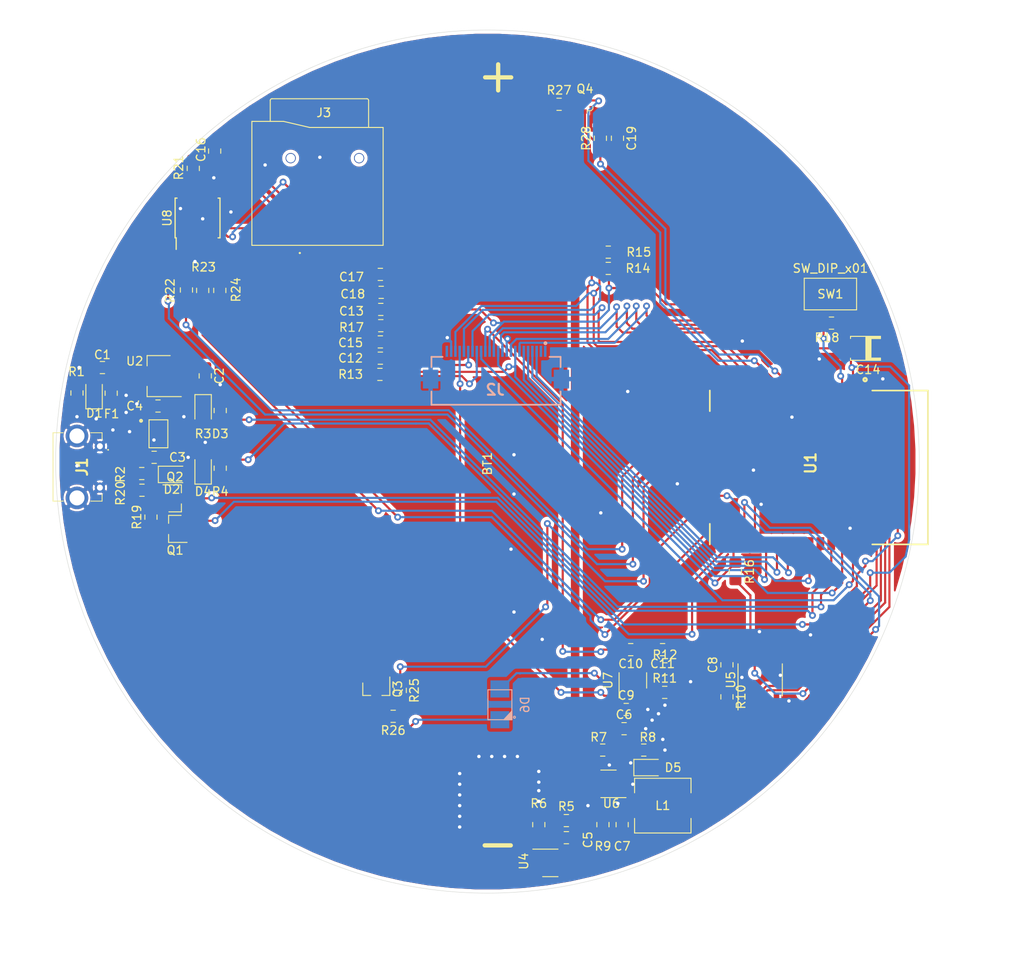
<source format=kicad_pcb>
(kicad_pcb (version 20171130) (host pcbnew "(5.1.4)-1")
  (layers (0 F.Cu signal) (31 B.Cu signal) (34 B.Paste user) (35 F.Paste user) (36 B.SilkS user) (37 F.SilkS user) (38 B.Mask user) (39 F.Mask user) (44 Edge.Cuts user))
  (net 0 "")
  (net 1 "Net-(U1-Pad19)")
  (net 2 "Net-(U1-Pad20)")
  (net 3 "Net-(U1-Pad32)")
  (net 4 "Net-(J1-Pad4)")
  (net 5 +5V)
  (net 6 GND)
  (net 7 +3V3)
  (net 8 "Net-(D1-Pad1)")
  (net 9 "Net-(D2-Pad2)")
  (net 10 "Net-(D2-Pad1)")
  (net 11 "Net-(D3-Pad1)")
  (net 12 "Net-(D4-Pad1)")
  (net 13 /D+)
  (net 14 /D-)
  (net 15 "Net-(J2-Pad24)")
  (net 16 "Net-(J2-Pad2)")
  (net 17 "Net-(J2-Pad1)")
  (net 18 /RX)
  (net 19 /TX)
  (net 20 /RTS)
  (net 21 /CTS)
  (net 22 "Net-(BT1-Pad-)")
  (net 23 /VBAT)
  (net 24 "Net-(C5-Pad1)")
  (net 25 "Net-(R6-Pad2)")
  (net 26 "Net-(U4-Pad4)")
  (net 27 "Net-(D5-Pad1)")
  (net 28 "Net-(R7-Pad2)")
  (net 29 "Net-(R9-Pad1)")
  (net 30 "Net-(U6-Pad6)")
  (net 31 VCC)
  (net 32 /USB_PWR)
  (net 33 /IO16)
  (net 34 /SD2)
  (net 35 /SD3)
  (net 36 /SD0)
  (net 37 /SD1)
  (net 38 /PSRAM_CLK)
  (net 39 +2V8)
  (net 40 +1V2)
  (net 41 "Net-(R11-Pad1)")
  (net 42 "Net-(R12-Pad1)")
  (net 43 /CSI_PCLK)
  (net 44 /CAM_RST)
  (net 45 /TWI_SDA)
  (net 46 /TWI_SCK)
  (net 47 /CSI_VSYNC)
  (net 48 /CSI_HSYNC)
  (net 49 /CSI_D7)
  (net 50 /CSI_MCLK)
  (net 51 /CSI_D6)
  (net 52 /CSI_D5)
  (net 53 /CSI_D4)
  (net 54 /CSI_D0)
  (net 55 /CSI_D3)
  (net 56 /CSI_D1)
  (net 57 /CSI_D2)
  (net 58 /CSI_PWD)
  (net 59 /EN)
  (net 60 /IO0)
  (net 61 "Net-(Q1-Pad1)")
  (net 62 "Net-(Q2-Pad1)")
  (net 63 "Net-(J3-Pad1)")
  (net 64 "Net-(J3-Pad7)")
  (net 65 "Net-(J3-Pad8)")
  (net 66 "Net-(J3-Pad9)")
  (net 67 /SD_D3)
  (net 68 /SD_CMD)
  (net 69 /SD_CLK)
  (net 70 /SD_D0)
  (net 71 /SD_MOSI)
  (net 72 "Net-(R22-Pad2)")
  (net 73 "Net-(R23-Pad2)")
  (net 74 /SD_SCK)
  (net 75 "Net-(R24-Pad1)")
  (net 76 /SD_CS)
  (net 77 /SD_MISO)
  (net 78 "Net-(D6-Pad1)")
  (net 79 "Net-(Q3-Pad1)")
  (net 80 "Net-(Q3-Pad3)")
  (net 81 /IO13)
  (net 82 /IO32)
  (net 83 "Net-(Q4-Pad2)")
  (net 84 /BAT_ST)
  (module water-lib:TF-01A (layer F.Cu) (at 125.3 54.57 270)
    (fp_text reference J3 (at -5.38 -0.56) (layer F.SilkS))
    (fp_text value TF-01A)
    (fp_text user . (at 11.03 2.65 270) (layer F.SilkS))
    (pad 13 smd rect (at 9.63 7.18 270) (size 1.4 1.2) (layers F.Cu F.Paste F.Mask) (net 6 GND))
    (pad 1 smd rect (at 10.48 2.4 270) (size 1.3 0.7) (layers F.Cu F.Paste F.Mask) (net 63 "Net-(J3-Pad1)"))
    (pad 2 smd rect (at 10.48 1.3 270) (size 1.3 0.7) (layers F.Cu F.Paste F.Mask) (net 67 /SD_D3))
    (pad 3 smd rect (at 10.48 0.2 270) (size 1.3 0.7) (layers F.Cu F.Paste F.Mask) (net 68 /SD_CMD))
    (pad 4 smd rect (at 10.48 -0.9 270) (size 1.3 0.7) (layers F.Cu F.Paste F.Mask) (net 7 +3V3))
    (pad 5 smd rect (at 10.48 -2 270) (size 1.3 0.7) (layers F.Cu F.Paste F.Mask) (net 69 /SD_CLK))
    (pad 6 smd rect (at 10.48 -3.1 270) (size 1.3 0.7) (layers F.Cu F.Paste F.Mask) (net 6 GND))
    (pad 7 smd rect (at 10.48 -4.2 270) (size 1.3 0.7) (layers F.Cu F.Paste F.Mask) (net 64 "Net-(J3-Pad7)"))
    (pad 8 smd rect (at 10.48 -5.3 270) (size 1.3 0.7) (layers F.Cu F.Paste F.Mask) (net 65 "Net-(J3-Pad8)"))
    (pad 9 smd rect (at 10.48 -6.4 270) (size 1.3 0.7) (layers F.Cu F.Paste F.Mask) (net 66 "Net-(J3-Pad9)"))
    (pad 10 smd rect (at 9.63 -7.5 270) (size 1.4 1.2) (layers F.Cu F.Paste F.Mask) (net 6 GND))
    (pad 11 smd rect (at -0.07 -7.5 270) (size 2 1.2) (layers F.Cu F.Paste F.Mask) (net 6 GND))
    (pad 12 smd rect (at -0.07 8.02 270) (size 2 1.2) (layers F.Cu F.Paste F.Mask) (net 6 GND))
    (pad 14 thru_hole circle (at -0.07 -4.69 270) (size 1.2 1.2) (drill 1) (layers *.Cu *.Mask))
    (pad 15 thru_hole circle (at -0.07 3.31 270) (size 1.2 1.2) (drill 1) (layers *.Cu *.Mask))
  )
  (module water-lib:SOT-523 (layer F.Cu) (at 156.4 48.4 180)
    (fp_text reference Q4 (at 0 2 180) (layer F.SilkS))
    (fp_text value DMG1012T)
    (pad 2 smd rect (at 0.5 0.65 180) (size 0.4 0.51) (layers F.Cu F.Paste F.Mask) (net 83 "Net-(Q4-Pad2)"))
    (pad 1 smd rect (at -0.5 0.65 180) (size 0.4 0.51) (layers F.Cu F.Paste F.Mask) (net 84 /BAT_ST))
    (pad 3 smd rect (at 0 -0.65 180) (size 0.4 0.51) (layers F.Cu F.Paste F.Mask) (net 82 /IO32))
  )
  (module water-lib:C10418 (layer F.Cu) (at 97.2 90.625 90)
    (fp_text reference J1 (at 0 0.4 90) (layer F.SilkS) (effects (font (size 1.27 1.27) (thickness 0.254))))
    (fp_text value C10418 hide)
    (pad MH4 thru_hole circle (at 2.425 2.48 90) (size 1.2 1.2) (drill 0.7) (layers *.Cu *.Mask) (net 6 GND))
    (pad MH3 thru_hole circle (at -2.425 2.48 90) (size 1.2 1.2) (drill 0.7) (layers *.Cu *.Mask) (net 6 GND))
    (pad MH2 thru_hole circle (at 3.625 -0.2 90) (size 2.64 2.64) (drill 1.76) (layers *.Cu *.Mask) (net 6 GND))
    (pad MH1 thru_hole circle (at -3.625 -0.2 90) (size 2.64 2.64) (drill 1.76) (layers *.Cu *.Mask) (net 6 GND))
    (pad 5 smd rect (at -1.3 3 90) (size 0.4 1.6) (layers F.Cu F.Paste F.Mask) (net 6 GND))
    (pad 4 smd rect (at -0.65 3 90) (size 0.4 1.6) (layers F.Cu F.Paste F.Mask) (net 4 "Net-(J1-Pad4)"))
    (pad 3 smd rect (at 0 3 90) (size 0.4 1.6) (layers F.Cu F.Paste F.Mask) (net 13 /D+))
    (pad 2 smd rect (at 0.65 3 90) (size 0.4 1.6) (layers F.Cu F.Paste F.Mask) (net 14 /D-))
    (pad 1 smd rect (at 1.3 3 90) (size 0.4 1.6) (layers F.Cu F.Paste F.Mask) (net 32 /USB_PWR))
  )
  (module Package_TO_SOT_SMD:SOT-23 (layer F.Cu) (at 108.475 97.875 180)
    (fp_text reference Q1 (at 0 -2.5 180) (layer F.SilkS))
    (fp_text value Q_NPN_BCE)
    (pad 3 smd rect (at 1 0 180) (size 0.9 0.8) (layers F.Cu F.Paste F.Mask) (net 21 /CTS))
    (pad 2 smd rect (at -1 0.95 180) (size 0.9 0.8) (layers F.Cu F.Paste F.Mask) (net 60 /IO0))
    (pad 1 smd rect (at -1 -0.95 180) (size 0.9 0.8) (layers F.Cu F.Paste F.Mask) (net 61 "Net-(Q1-Pad1)"))
  )
  (module Package_SO:SOP-8_3.76x4.96mm_P1.27mm (layer F.Cu) (at 176.885 115.5375 90)
    (fp_text reference U5 (at 0 -3.43 90) (layer F.SilkS))
    (fp_text value IPS6404L-SQ-SPN)
    (pad 1 smd roundrect (at -2.5375 -1.905 90) (size 1.975 0.65) (layers F.Cu F.Paste F.Mask) (net 33 /IO16))
    (pad 2 smd roundrect (at -2.5375 -0.635 90) (size 1.975 0.65) (layers F.Cu F.Paste F.Mask) (net 36 /SD0))
    (pad 3 smd roundrect (at -2.5375 0.635 90) (size 1.975 0.65) (layers F.Cu F.Paste F.Mask) (net 35 /SD3))
    (pad 4 smd roundrect (at -2.5375 1.905 90) (size 1.975 0.65) (layers F.Cu F.Paste F.Mask) (net 6 GND))
    (pad 5 smd roundrect (at 2.5375 1.905 90) (size 1.975 0.65) (layers F.Cu F.Paste F.Mask) (net 37 /SD1))
    (pad 6 smd roundrect (at 2.5375 0.635 90) (size 1.975 0.65) (layers F.Cu F.Paste F.Mask) (net 38 /PSRAM_CLK))
    (pad 7 smd roundrect (at 2.5375 -0.635 90) (size 1.975 0.65) (layers F.Cu F.Paste F.Mask) (net 34 /SD2))
    (pad 8 smd roundrect (at 2.5375 -1.905 90) (size 1.975 0.65) (layers F.Cu F.Paste F.Mask) (net 7 +3V3))
  )
  (module Fuse:Fuse_0805_2012Metric_Pad1.15x1.40mm_HandSolder (layer F.Cu) (at 101 82 270)
    (fp_text reference F1 (at 2.419607 -0.048688 180) (layer F.SilkS))
    (fp_text value SMD0805-020-16V hide)
    (pad 1 smd roundrect (at -1.025 0 270) (size 1.15 1.4) (layers F.Cu F.Paste F.Mask) (roundrect_rratio 0.217391) (net 5 +5V))
    (pad 2 smd roundrect (at 1.025 0 270) (size 1.15 1.4) (layers F.Cu F.Paste F.Mask) (roundrect_rratio 0.217391) (net 32 /USB_PWR))
  )
  (module water-lib:ESP-32S (layer F.Cu) (at 171 90.69 270)
    (fp_text reference U1 (at -0.511 -11.787 90) (layer F.SilkS) (effects (font (size 1.27 1.27) (thickness 0.254))))
    (fp_text value ESP-32s hide)
    (pad 1 smd rect (at -8.9 -18.01) (size 0.9 1.5) (layers F.Cu F.Paste F.Mask) (net 6 GND))
    (pad 2 smd rect (at -8.9 -16.74) (size 0.9 1.5) (layers F.Cu F.Paste F.Mask) (net 7 +3V3))
    (pad 3 smd rect (at -8.9 -15.47) (size 0.9 1.5) (layers F.Cu F.Paste F.Mask) (net 59 /EN))
    (pad 4 smd rect (at -8.9 -14.2) (size 0.9 1.5) (layers F.Cu F.Paste F.Mask) (net 53 /CSI_D4))
    (pad 5 smd rect (at -8.9 -12.93) (size 0.9 1.5) (layers F.Cu F.Paste F.Mask) (net 52 /CSI_D5))
    (pad 6 smd rect (at -8.9 -11.66) (size 0.9 1.5) (layers F.Cu F.Paste F.Mask) (net 51 /CSI_D6))
    (pad 7 smd rect (at -8.9 -10.39) (size 0.9 1.5) (layers F.Cu F.Paste F.Mask) (net 49 /CSI_D7))
    (pad 8 smd rect (at -8.9 -9.12) (size 0.9 1.5) (layers F.Cu F.Paste F.Mask) (net 82 /IO32))
    (pad 9 smd rect (at -8.9 -7.85) (size 0.9 1.5) (layers F.Cu F.Paste F.Mask) (net 84 /BAT_ST))
    (pad 10 smd rect (at -8.9 -6.58) (size 0.9 1.5) (layers F.Cu F.Paste F.Mask) (net 47 /CSI_VSYNC))
    (pad 11 smd rect (at -8.9 -5.31) (size 0.9 1.5) (layers F.Cu F.Paste F.Mask) (net 45 /TWI_SDA))
    (pad 12 smd rect (at -8.9 -4.04) (size 0.9 1.5) (layers F.Cu F.Paste F.Mask) (net 46 /TWI_SCK))
    (pad 13 smd rect (at -8.9 -2.77) (size 0.9 1.5) (layers F.Cu F.Paste F.Mask) (net 71 /SD_MOSI))
    (pad 14 smd rect (at -8.9 -1.5) (size 0.9 1.5) (layers F.Cu F.Paste F.Mask) (net 77 /SD_MISO))
    (pad 15 smd rect (at -5.71 0 270) (size 0.9 1.5) (layers F.Cu F.Paste F.Mask) (net 6 GND))
    (pad 16 smd rect (at -4.44 0 270) (size 0.9 1.5) (layers F.Cu F.Paste F.Mask) (net 81 /IO13))
    (pad 17 smd rect (at -3.17 0 270) (size 0.9 1.5) (layers F.Cu F.Paste F.Mask) (net 34 /SD2))
    (pad 18 smd rect (at -1.9 0 270) (size 0.9 1.5) (layers F.Cu F.Paste F.Mask) (net 35 /SD3))
    (pad 19 smd rect (at -0.63 0 270) (size 0.9 1.5) (layers F.Cu F.Paste F.Mask) (net 1 "Net-(U1-Pad19)"))
    (pad 20 smd rect (at 0.64 0 270) (size 0.9 1.5) (layers F.Cu F.Paste F.Mask) (net 2 "Net-(U1-Pad20)"))
    (pad 21 smd rect (at 1.91 0 270) (size 0.9 1.5) (layers F.Cu F.Paste F.Mask) (net 36 /SD0))
    (pad 22 smd rect (at 3.18 0 270) (size 0.9 1.5) (layers F.Cu F.Paste F.Mask) (net 37 /SD1))
    (pad 23 smd rect (at 4.45 0 270) (size 0.9 1.5) (layers F.Cu F.Paste F.Mask) (net 74 /SD_SCK))
    (pad 24 smd rect (at 5.72 0 270) (size 0.9 1.5) (layers F.Cu F.Paste F.Mask) (net 76 /SD_CS))
    (pad 25 smd rect (at 8.9 -1.5) (size 0.9 1.5) (layers F.Cu F.Paste F.Mask) (net 60 /IO0))
    (pad 26 smd rect (at 8.9 -2.77) (size 0.9 1.5) (layers F.Cu F.Paste F.Mask) (net 50 /CSI_MCLK))
    (pad 27 smd rect (at 8.9 -4.04) (size 0.9 1.5) (layers F.Cu F.Paste F.Mask) (net 33 /IO16))
    (pad 28 smd rect (at 8.9 -5.31) (size 0.9 1.5) (layers F.Cu F.Paste F.Mask) (net 38 /PSRAM_CLK))
    (pad 29 smd rect (at 8.9 -6.58) (size 0.9 1.5) (layers F.Cu F.Paste F.Mask) (net 54 /CSI_D0))
    (pad 30 smd rect (at 8.9 -7.85) (size 0.9 1.5) (layers F.Cu F.Paste F.Mask) (net 56 /CSI_D1))
    (pad 31 smd rect (at 8.9 -9.12) (size 0.9 1.5) (layers F.Cu F.Paste F.Mask) (net 57 /CSI_D2))
    (pad 32 smd rect (at 8.9 -10.39) (size 0.9 1.5) (layers F.Cu F.Paste F.Mask) (net 3 "Net-(U1-Pad32)"))
    (pad 33 smd rect (at 8.9 -11.66) (size 0.9 1.5) (layers F.Cu F.Paste F.Mask) (net 55 /CSI_D3))
    (pad 34 smd rect (at 8.9 -12.93) (size 0.9 1.5) (layers F.Cu F.Paste F.Mask) (net 19 /TX))
    (pad 35 smd rect (at 8.9 -14.2) (size 0.9 1.5) (layers F.Cu F.Paste F.Mask) (net 18 /RX))
    (pad 36 smd rect (at 8.9 -15.47) (size 0.9 1.5) (layers F.Cu F.Paste F.Mask) (net 43 /CSI_PCLK))
    (pad 37 smd rect (at 8.9 -16.74) (size 0.9 1.5) (layers F.Cu F.Paste F.Mask) (net 48 /CSI_HSYNC))
    (pad 38 smd rect (at 8.9 -18.01) (size 0.9 1.5) (layers F.Cu F.Paste F.Mask) (net 6 GND))
  )
  (module "water-lib:FH12-24S-0.5SH(55)" (layer B.Cu) (at 146 77.75 180)
    (fp_text reference J2 (at 0.1 -3.85) (layer B.SilkS) (effects (font (size 1.27 1.27) (thickness 0.254)) (justify mirror)))
    (fp_text value "FH12-24S-0.5SH(55)" hide)
    (pad 26 smd rect (at 7.65 -2.6 180) (size 1.8 2.2) (layers B.Cu B.Paste B.Mask) (net 6 GND))
    (pad 25 smd rect (at -7.65 -2.6 180) (size 1.8 2.2) (layers B.Cu B.Paste B.Mask) (net 6 GND))
    (pad 24 smd rect (at 5.75 0.65 180) (size 0.3 1.3) (layers B.Cu B.Paste B.Mask) (net 15 "Net-(J2-Pad24)"))
    (pad 23 smd rect (at 5.25 0.65 180) (size 0.3 1.3) (layers B.Cu B.Paste B.Mask) (net 6 GND))
    (pad 22 smd rect (at 4.75 0.65 180) (size 0.3 1.3) (layers B.Cu B.Paste B.Mask) (net 45 /TWI_SDA))
    (pad 21 smd rect (at 4.25 0.65 180) (size 0.3 1.3) (layers B.Cu B.Paste B.Mask) (net 39 +2V8))
    (pad 20 smd rect (at 3.75 0.65 180) (size 0.3 1.3) (layers B.Cu B.Paste B.Mask) (net 46 /TWI_SCK))
    (pad 19 smd rect (at 3.25 0.65 180) (size 0.3 1.3) (layers B.Cu B.Paste B.Mask) (net 44 /CAM_RST))
    (pad 18 smd rect (at 2.75 0.65 180) (size 0.3 1.3) (layers B.Cu B.Paste B.Mask) (net 47 /CSI_VSYNC))
    (pad 17 smd rect (at 2.25 0.65 180) (size 0.3 1.3) (layers B.Cu B.Paste B.Mask) (net 58 /CSI_PWD))
    (pad 16 smd rect (at 1.75 0.65 180) (size 0.3 1.3) (layers B.Cu B.Paste B.Mask) (net 48 /CSI_HSYNC))
    (pad 15 smd rect (at 1.25 0.65 180) (size 0.3 1.3) (layers B.Cu B.Paste B.Mask) (net 40 +1V2))
    (pad 14 smd rect (at 0.75 0.65 180) (size 0.3 1.3) (layers B.Cu B.Paste B.Mask) (net 7 +3V3))
    (pad 13 smd rect (at 0.25 0.65 180) (size 0.3 1.3) (layers B.Cu B.Paste B.Mask) (net 49 /CSI_D7))
    (pad 12 smd rect (at -0.25 0.65 180) (size 0.3 1.3) (layers B.Cu B.Paste B.Mask) (net 50 /CSI_MCLK))
    (pad 11 smd rect (at -0.75 0.65 180) (size 0.3 1.3) (layers B.Cu B.Paste B.Mask) (net 51 /CSI_D6))
    (pad 10 smd rect (at -1.25 0.65 180) (size 0.3 1.3) (layers B.Cu B.Paste B.Mask) (net 6 GND))
    (pad 9 smd rect (at -1.75 0.65 180) (size 0.3 1.3) (layers B.Cu B.Paste B.Mask) (net 52 /CSI_D5))
    (pad 8 smd rect (at -2.25 0.65 180) (size 0.3 1.3) (layers B.Cu B.Paste B.Mask) (net 43 /CSI_PCLK))
    (pad 7 smd rect (at -2.75 0.65 180) (size 0.3 1.3) (layers B.Cu B.Paste B.Mask) (net 53 /CSI_D4))
    (pad 6 smd rect (at -3.25 0.65 180) (size 0.3 1.3) (layers B.Cu B.Paste B.Mask) (net 54 /CSI_D0))
    (pad 5 smd rect (at -3.75 0.65 180) (size 0.3 1.3) (layers B.Cu B.Paste B.Mask) (net 55 /CSI_D3))
    (pad 4 smd rect (at -4.25 0.65 180) (size 0.3 1.3) (layers B.Cu B.Paste B.Mask) (net 56 /CSI_D1))
    (pad 3 smd rect (at -4.75 0.65 180) (size 0.3 1.3) (layers B.Cu B.Paste B.Mask) (net 57 /CSI_D2))
    (pad 2 smd rect (at -5.25 0.65 180) (size 0.3 1.3) (layers B.Cu B.Paste B.Mask) (net 16 "Net-(J2-Pad2)"))
    (pad 1 smd rect (at -5.75 0.65 180) (size 0.3 1.3) (layers B.Cu B.Paste B.Mask) (net 17 "Net-(J2-Pad1)"))
  )
  (module water-lib:CH340E-MSOP-10 (layer F.Cu) (at 106.525 86.75 270)
    (fp_text reference U3 hide)
    (fp_text value CH340E)
    (pad 10 smd rect (at -1 -1.975 270) (size 0.3 1.35) (layers F.Cu F.Paste F.Mask) (net 31 VCC))
    (pad 1 smd rect (at -1 1.975 270) (size 0.3 1.35) (layers F.Cu F.Paste F.Mask) (net 13 /D+))
    (pad 9 smd rect (at -0.5 -1.975 270) (size 0.3 1.35) (layers F.Cu F.Paste F.Mask) (net 18 /RX))
    (pad 2 smd rect (at -0.5 1.975 270) (size 0.3 1.35) (layers F.Cu F.Paste F.Mask) (net 14 /D-))
    (pad 8 smd rect (at 0 -1.975 270) (size 0.3 1.35) (layers F.Cu F.Paste F.Mask) (net 19 /TX))
    (pad 3 smd rect (at 0 1.975 270) (size 0.3 1.35) (layers F.Cu F.Paste F.Mask) (net 6 GND))
    (pad 7 smd rect (at 0.5 -1.975 270) (size 0.3 1.35) (layers F.Cu F.Paste F.Mask) (net 31 VCC))
    (pad 4 smd rect (at 0.5 1.975 270) (size 0.3 1.35) (layers F.Cu F.Paste F.Mask) (net 20 /RTS))
    (pad 5 smd rect (at 1 1.975 270) (size 0.3 1.35) (layers F.Cu F.Paste F.Mask) (net 21 /CTS))
    (pad 6 smd rect (at 1 -1.975 270) (size 0.3 1.35) (layers F.Cu F.Paste F.Mask) (net 9 "Net-(D2-Pad2)"))
  )
  (module Package_TO_SOT_SMD:SOT-89-3_Handsoldering (layer F.Cu) (at 106.98 80 180)
    (fp_text reference U2 (at 3.23 1.75) (layer F.SilkS))
    (fp_text value HT7333-A)
    (pad 1 smd rect (at -1.98 -1.5 90) (size 1 2.5) (layers F.Cu F.Paste F.Mask) (net 6 GND))
    (pad 2 smd rect (at -1.98 0 90) (size 1 2.5) (layers F.Cu F.Paste F.Mask) (net 5 +5V))
    (pad 3 smd rect (at -1.98 1.5 90) (size 1 2.5) (layers F.Cu F.Paste F.Mask) (net 31 VCC))
    (pad 2 smd rect (at 1.98 0 90) (size 2 4) (layers F.Cu F.Paste F.Mask) (net 5 +5V))
    (pad 2 smd trapezoid (at -0.37 0 270) (size 1.5 0.75) (rect_delta 0 0.5) (layers F.Cu F.Paste F.Mask) (net 5 +5V))
  )
  (module Capacitor_SMD:C_0805_2012Metric_Pad1.15x1.40mm_HandSolder (layer F.Cu) (at 99.975 79 180)
    (fp_text reference C1 (at 0 1.5) (layer F.SilkS))
    (fp_text value 10uF hide)
    (pad 1 smd roundrect (at -1.025 0 180) (size 1.15 1.4) (layers F.Cu F.Paste F.Mask) (roundrect_rratio 0.217391) (net 5 +5V))
    (pad 2 smd roundrect (at 1.025 0 180) (size 1.15 1.4) (layers F.Cu F.Paste F.Mask) (roundrect_rratio 0.217391) (net 6 GND))
  )
  (module Capacitor_SMD:C_0805_2012Metric_Pad1.15x1.40mm_HandSolder (layer F.Cu) (at 112 79.975 270)
    (fp_text reference C2 (at 0 -1.65 90) (layer F.SilkS))
    (fp_text value 10uF hide)
    (pad 2 smd roundrect (at 1.025 0 270) (size 1.15 1.4) (layers F.Cu F.Paste F.Mask) (roundrect_rratio 0.217391) (net 6 GND))
    (pad 1 smd roundrect (at -1.025 0 270) (size 1.15 1.4) (layers F.Cu F.Paste F.Mask) (roundrect_rratio 0.217391) (net 31 VCC))
  )
  (module Capacitor_SMD:C_0805_2012Metric_Pad1.15x1.40mm_HandSolder (layer F.Cu) (at 106.025 89.5)
    (fp_text reference C3 (at 2.725 0) (layer F.SilkS))
    (fp_text value 0.1uF hide)
    (pad 2 smd roundrect (at 1.025 0) (size 1.15 1.4) (layers F.Cu F.Paste F.Mask) (roundrect_rratio 0.217391) (net 31 VCC))
    (pad 1 smd roundrect (at -1.025 0) (size 1.15 1.4) (layers F.Cu F.Paste F.Mask) (roundrect_rratio 0.217391) (net 6 GND))
  )
  (module Capacitor_SMD:C_0805_2012Metric_Pad1.15x1.40mm_HandSolder (layer F.Cu) (at 106.475 83.5)
    (fp_text reference C4 (at -2.725 0) (layer F.SilkS))
    (fp_text value 0.1uF hide)
    (pad 1 smd roundrect (at -1.025 0) (size 1.15 1.4) (layers F.Cu F.Paste F.Mask) (roundrect_rratio 0.217391) (net 6 GND))
    (pad 2 smd roundrect (at 1.025 0) (size 1.15 1.4) (layers F.Cu F.Paste F.Mask) (roundrect_rratio 0.217391) (net 31 VCC))
  )
  (module LED_SMD:LED_0805_2012Metric_Pad1.15x1.40mm_HandSolder (layer F.Cu) (at 99 81.975 90)
    (fp_text reference D1 (at -2.368927 0.035697 180) (layer F.SilkS))
    (fp_text value LED hide)
    (pad 1 smd roundrect (at -1.025 0 90) (size 1.15 1.4) (layers F.Cu F.Paste F.Mask) (roundrect_rratio 0.217391) (net 8 "Net-(D1-Pad1)"))
    (pad 2 smd roundrect (at 1.025 0 90) (size 1.15 1.4) (layers F.Cu F.Paste F.Mask) (roundrect_rratio 0.217391) (net 5 +5V))
  )
  (module LED_SMD:LED_0805_2012Metric_Pad1.15x1.40mm_HandSolder (layer F.Cu) (at 108.375 91.5)
    (fp_text reference D2 (at -0.275 1.75) (layer F.SilkS))
    (fp_text value LED hide)
    (pad 2 smd roundrect (at 1.025 0) (size 1.15 1.4) (layers F.Cu F.Paste F.Mask) (roundrect_rratio 0.217391) (net 9 "Net-(D2-Pad2)"))
    (pad 1 smd roundrect (at -1.025 0) (size 1.15 1.4) (layers F.Cu F.Paste F.Mask) (roundrect_rratio 0.217391) (net 10 "Net-(D2-Pad1)"))
  )
  (module LED_SMD:LED_0805_2012Metric_Pad1.15x1.40mm_HandSolder (layer F.Cu) (at 111.75 84.025 270)
    (fp_text reference D3 (at 2.725 -2) (layer F.SilkS))
    (fp_text value LED hide)
    (pad 2 smd roundrect (at 1.025 0 270) (size 1.15 1.4) (layers F.Cu F.Paste F.Mask) (roundrect_rratio 0.217391) (net 31 VCC))
    (pad 1 smd roundrect (at -1.025 0 270) (size 1.15 1.4) (layers F.Cu F.Paste F.Mask) (roundrect_rratio 0.217391) (net 11 "Net-(D3-Pad1)"))
  )
  (module LED_SMD:LED_0805_2012Metric_Pad1.15x1.40mm_HandSolder (layer F.Cu) (at 111.75 90.775 90)
    (fp_text reference D4 (at -2.725 0 180) (layer F.SilkS))
    (fp_text value LED hide)
    (pad 1 smd roundrect (at -1.025 0 90) (size 1.15 1.4) (layers F.Cu F.Paste F.Mask) (roundrect_rratio 0.217391) (net 12 "Net-(D4-Pad1)"))
    (pad 2 smd roundrect (at 1.025 0 90) (size 1.15 1.4) (layers F.Cu F.Paste F.Mask) (roundrect_rratio 0.217391) (net 31 VCC))
  )
  (module Resistor_SMD:R_0805_2012Metric_Pad1.15x1.40mm_HandSolder (layer F.Cu) (at 97 81.975 90)
    (fp_text reference R1 (at 2.487329 -0.051389 180) (layer F.SilkS))
    (fp_text value 1k)
    (pad 1 smd roundrect (at -1.025 0 90) (size 1.15 1.4) (layers F.Cu F.Paste F.Mask) (roundrect_rratio 0.217391) (net 8 "Net-(D1-Pad1)"))
    (pad 2 smd roundrect (at 1.025 0 90) (size 1.15 1.4) (layers F.Cu F.Paste F.Mask) (roundrect_rratio 0.217391) (net 6 GND))
  )
  (module Resistor_SMD:R_0805_2012Metric_Pad1.15x1.40mm_HandSolder (layer F.Cu) (at 104.575 91.4)
    (fp_text reference R2 (at -2.5 0.1 90) (layer F.SilkS))
    (fp_text value 1k hide)
    (pad 2 smd roundrect (at 1.025 0) (size 1.15 1.4) (layers F.Cu F.Paste F.Mask) (roundrect_rratio 0.217391) (net 10 "Net-(D2-Pad1)"))
    (pad 1 smd roundrect (at -1.025 0) (size 1.15 1.4) (layers F.Cu F.Paste F.Mask) (roundrect_rratio 0.217391) (net 6 GND))
  )
  (module Resistor_SMD:R_0805_2012Metric_Pad1.15x1.40mm_HandSolder (layer F.Cu) (at 113.75 84.025 90)
    (fp_text reference R3 (at -2.725 -2 180) (layer F.SilkS))
    (fp_text value 1k5 hide)
    (pad 1 smd roundrect (at -1.025 0 90) (size 1.15 1.4) (layers F.Cu F.Paste F.Mask) (roundrect_rratio 0.217391) (net 18 /RX))
    (pad 2 smd roundrect (at 1.025 0 90) (size 1.15 1.4) (layers F.Cu F.Paste F.Mask) (roundrect_rratio 0.217391) (net 11 "Net-(D3-Pad1)"))
  )
  (module Resistor_SMD:R_0805_2012Metric_Pad1.15x1.40mm_HandSolder (layer F.Cu) (at 113.75 90.775 90)
    (fp_text reference R4 (at -2.725 0 180) (layer F.SilkS))
    (fp_text value 1k5 hide)
    (pad 2 smd roundrect (at 1.025 0 90) (size 1.15 1.4) (layers F.Cu F.Paste F.Mask) (roundrect_rratio 0.217391) (net 19 /TX))
    (pad 1 smd roundrect (at -1.025 0 90) (size 1.15 1.4) (layers F.Cu F.Paste F.Mask) (roundrect_rratio 0.217391) (net 12 "Net-(D4-Pad1)"))
  )
  (module water-lib:Battery-Holder-SMD (layer F.Cu) (at 146.25 90.25)
    (fp_text reference BT1 (at -1.25 0 90) (layer F.SilkS))
    (fp_text value Battery_Holder)
    (fp_text user + (at 0 -45.5) (layer F.SilkS) (effects (font (size 4 4) (thickness 0.5))))
    (fp_text user - (at -0.05 44.35) (layer F.SilkS) (effects (font (size 4 4) (thickness 0.5))))
    (pad + smd rect (at 0 -39.25) (size 6.5 7.5) (layers F.Cu F.Paste F.Mask) (net 23 /VBAT))
    (pad - smd rect (at 0 39.25) (size 6.6 7.5) (layers F.Cu F.Paste F.Mask) (net 22 "Net-(BT1-Pad-)"))
  )
  (module Capacitor_SMD:C_0805_2012Metric_Pad1.15x1.40mm_HandSolder (layer F.Cu) (at 154.225 134 180)
    (fp_text reference C5 (at -2.525 -0.25 90) (layer F.SilkS))
    (fp_text value 0.1uF hide)
    (pad 1 smd roundrect (at -1.025 0 180) (size 1.15 1.4) (layers F.Cu F.Paste F.Mask) (roundrect_rratio 0.217391) (net 24 "Net-(C5-Pad1)"))
    (pad 2 smd roundrect (at 1.025 0 180) (size 1.15 1.4) (layers F.Cu F.Paste F.Mask) (roundrect_rratio 0.217391) (net 22 "Net-(BT1-Pad-)"))
  )
  (module Resistor_SMD:R_0805_2012Metric_Pad1.15x1.40mm_HandSolder (layer F.Cu) (at 154.225 132)
    (fp_text reference R5 (at 0 -1.65) (layer F.SilkS))
    (fp_text value 100 hide)
    (pad 1 smd roundrect (at -1.025 0) (size 1.15 1.4) (layers F.Cu F.Paste F.Mask) (roundrect_rratio 0.217391) (net 24 "Net-(C5-Pad1)"))
    (pad 2 smd roundrect (at 1.025 0) (size 1.15 1.4) (layers F.Cu F.Paste F.Mask) (roundrect_rratio 0.217391) (net 23 /VBAT))
  )
  (module Resistor_SMD:R_0805_2012Metric_Pad1.15x1.40mm_HandSolder (layer F.Cu) (at 151 132.475 270)
    (fp_text reference R6 (at -2.475 0 180) (layer F.SilkS))
    (fp_text value 1k)
    (pad 2 smd roundrect (at 1.025 0 270) (size 1.15 1.4) (layers F.Cu F.Paste F.Mask) (roundrect_rratio 0.217391) (net 25 "Net-(R6-Pad2)"))
    (pad 1 smd roundrect (at -1.025 0 270) (size 1.15 1.4) (layers F.Cu F.Paste F.Mask) (roundrect_rratio 0.217391) (net 6 GND))
  )
  (module Package_TO_SOT_SMD:SOT-23-6_Handsoldering (layer F.Cu) (at 152.35 136.95)
    (fp_text reference U4 (at -3.1 -0.2 90) (layer F.SilkS))
    (fp_text value DW06D)
    (pad 1 smd rect (at -1.35 -0.95) (size 1.56 0.65) (layers F.Cu F.Paste F.Mask) (net 25 "Net-(R6-Pad2)"))
    (pad 2 smd rect (at -1.35 0) (size 1.56 0.65) (layers F.Cu F.Paste F.Mask) (net 6 GND))
    (pad 3 smd rect (at -1.35 0.95) (size 1.56 0.65) (layers F.Cu F.Paste F.Mask) (net 22 "Net-(BT1-Pad-)"))
    (pad 4 smd rect (at 1.35 0.95) (size 1.56 0.65) (layers F.Cu F.Paste F.Mask) (net 26 "Net-(U4-Pad4)"))
    (pad 6 smd rect (at 1.35 -0.95) (size 1.56 0.65) (layers F.Cu F.Paste F.Mask) (net 22 "Net-(BT1-Pad-)"))
    (pad 5 smd rect (at 1.35 0) (size 1.56 0.65) (layers F.Cu F.Paste F.Mask) (net 24 "Net-(C5-Pad1)"))
  )
  (module Capacitor_SMD:C_0805_2012Metric_Pad1.15x1.40mm_HandSolder (layer F.Cu) (at 160.975 121.25)
    (fp_text reference C6 (at 0 -1.65) (layer F.SilkS))
    (fp_text value 22uF hide)
    (pad 2 smd roundrect (at 1.025 0) (size 1.15 1.4) (layers F.Cu F.Paste F.Mask) (roundrect_rratio 0.217391) (net 6 GND))
    (pad 1 smd roundrect (at -1.025 0) (size 1.15 1.4) (layers F.Cu F.Paste F.Mask) (roundrect_rratio 0.217391) (net 7 +3V3))
  )
  (module Capacitor_SMD:C_0805_2012Metric_Pad1.15x1.40mm_HandSolder (layer F.Cu) (at 160.75 132.475 270)
    (fp_text reference C7 (at 2.525 0 180) (layer F.SilkS))
    (fp_text value 22uF hide)
    (pad 1 smd roundrect (at -1.025 0 270) (size 1.15 1.4) (layers F.Cu F.Paste F.Mask) (roundrect_rratio 0.217391) (net 6 GND))
    (pad 2 smd roundrect (at 1.025 0 270) (size 1.15 1.4) (layers F.Cu F.Paste F.Mask) (roundrect_rratio 0.217391) (net 23 /VBAT))
  )
  (module Diode_SMD:D_0805_2012Metric_Pad1.15x1.40mm_HandSolder (layer F.Cu) (at 163.975 125.8)
    (fp_text reference D5 (at 2.725 0) (layer F.SilkS))
    (fp_text value D_Schottky hide)
    (pad 1 smd roundrect (at -1.025 0) (size 1.15 1.4) (layers F.Cu F.Paste F.Mask) (roundrect_rratio 0.217391) (net 27 "Net-(D5-Pad1)"))
    (pad 2 smd roundrect (at 1.025 0) (size 1.15 1.4) (layers F.Cu F.Paste F.Mask) (roundrect_rratio 0.217391) (net 7 +3V3))
  )
  (module Inductor_SMD:L_6.3x6.3_H3 (layer F.Cu) (at 165.5 130.25)
    (fp_text reference L1 (at 0 0) (layer F.SilkS))
    (fp_text value 22uH)
    (pad 1 smd rect (at -2.75 0) (size 1.5 2.4) (layers F.Cu F.Paste F.Mask) (net 27 "Net-(D5-Pad1)"))
    (pad 2 smd rect (at 2.75 0) (size 1.5 2.4) (layers F.Cu F.Paste F.Mask) (net 23 /VBAT))
  )
  (module Resistor_SMD:R_0805_2012Metric_Pad1.15x1.40mm_HandSolder (layer F.Cu) (at 158.475 123.75)
    (fp_text reference R7 (at -0.475 -1.5) (layer F.SilkS))
    (fp_text value 10k hide)
    (pad 2 smd roundrect (at 1.025 0) (size 1.15 1.4) (layers F.Cu F.Paste F.Mask) (roundrect_rratio 0.217391) (net 28 "Net-(R7-Pad2)"))
    (pad 1 smd roundrect (at -1.025 0) (size 1.15 1.4) (layers F.Cu F.Paste F.Mask) (roundrect_rratio 0.217391) (net 7 +3V3))
  )
  (module Resistor_SMD:R_0805_2012Metric_Pad1.15x1.40mm_HandSolder (layer F.Cu) (at 163.275 123.75)
    (fp_text reference R8 (at 0.475 -1.5) (layer F.SilkS))
    (fp_text value 2k2 hide)
    (pad 1 smd roundrect (at -1.025 0) (size 1.15 1.4) (layers F.Cu F.Paste F.Mask) (roundrect_rratio 0.217391) (net 28 "Net-(R7-Pad2)"))
    (pad 2 smd roundrect (at 1.025 0) (size 1.15 1.4) (layers F.Cu F.Paste F.Mask) (roundrect_rratio 0.217391) (net 6 GND))
  )
  (module Resistor_SMD:R_0805_2012Metric_Pad1.15x1.40mm_HandSolder (layer F.Cu) (at 158.5 132.475 270)
    (fp_text reference R9 (at 2.525 0 180) (layer F.SilkS))
    (fp_text value 10k hide)
    (pad 1 smd roundrect (at -1.025 0 270) (size 1.15 1.4) (layers F.Cu F.Paste F.Mask) (roundrect_rratio 0.217391) (net 29 "Net-(R9-Pad1)"))
    (pad 2 smd roundrect (at 1.025 0 270) (size 1.15 1.4) (layers F.Cu F.Paste F.Mask) (roundrect_rratio 0.217391) (net 23 /VBAT))
  )
  (module Package_TO_SOT_SMD:SOT-23-6_Handsoldering (layer F.Cu) (at 159.15 127.7 180)
    (fp_text reference U6 (at -0.35 -2.3) (layer F.SilkS))
    (fp_text value SX1308)
    (pad 1 smd rect (at -1.35 -0.95 180) (size 1.56 0.65) (layers F.Cu F.Paste F.Mask) (net 27 "Net-(D5-Pad1)"))
    (pad 2 smd rect (at -1.35 0 180) (size 1.56 0.65) (layers F.Cu F.Paste F.Mask) (net 6 GND))
    (pad 3 smd rect (at -1.35 0.95 180) (size 1.56 0.65) (layers F.Cu F.Paste F.Mask) (net 28 "Net-(R7-Pad2)"))
    (pad 4 smd rect (at 1.35 0.95 180) (size 1.56 0.65) (layers F.Cu F.Paste F.Mask) (net 29 "Net-(R9-Pad1)"))
    (pad 6 smd rect (at 1.35 -0.95 180) (size 1.56 0.65) (layers F.Cu F.Paste F.Mask) (net 30 "Net-(U6-Pad6)"))
    (pad 5 smd rect (at 1.35 0 180) (size 1.56 0.65) (layers F.Cu F.Paste F.Mask) (net 23 /VBAT))
  )
  (module Capacitor_SMD:C_0805_2012Metric_Pad1.15x1.40mm_HandSolder (layer F.Cu) (at 173 113.775 90)
    (fp_text reference C8 (at 0 -1.65 90) (layer F.SilkS))
    (fp_text value 1uF)
    (pad 1 smd roundrect (at -1.025 0 90) (size 1.15 1.4) (layers F.Cu F.Paste F.Mask) (roundrect_rratio 0.217391) (net 6 GND))
    (pad 2 smd roundrect (at 1.025 0 90) (size 1.15 1.4) (layers F.Cu F.Paste F.Mask) (roundrect_rratio 0.217391) (net 7 +3V3))
  )
  (module Resistor_SMD:R_0805_2012Metric_Pad1.15x1.40mm_HandSolder (layer F.Cu) (at 173 117.525 270)
    (fp_text reference R10 (at 0 -1.65 90) (layer F.SilkS))
    (fp_text value 10k)
    (pad 1 smd roundrect (at -1.025 0 270) (size 1.15 1.4) (layers F.Cu F.Paste F.Mask) (roundrect_rratio 0.217391) (net 7 +3V3))
    (pad 2 smd roundrect (at 1.025 0 270) (size 1.15 1.4) (layers F.Cu F.Paste F.Mask) (roundrect_rratio 0.217391) (net 33 /IO16))
  )
  (module Capacitor_SMD:C_0805_2012Metric_Pad1.15x1.40mm_HandSolder (layer F.Cu) (at 161.225 119)
    (fp_text reference C9 (at 0 -1.65) (layer F.SilkS))
    (fp_text value 1uF)
    (pad 1 smd roundrect (at -1.025 0) (size 1.15 1.4) (layers F.Cu F.Paste F.Mask) (roundrect_rratio 0.217391) (net 39 +2V8))
    (pad 2 smd roundrect (at 1.025 0) (size 1.15 1.4) (layers F.Cu F.Paste F.Mask) (roundrect_rratio 0.217391) (net 6 GND))
  )
  (module Capacitor_SMD:C_0805_2012Metric_Pad1.15x1.40mm_HandSolder (layer F.Cu) (at 161.75 112 180)
    (fp_text reference C10 (at 0 -1.65) (layer F.SilkS))
    (fp_text value 1uF)
    (pad 2 smd roundrect (at 1.025 0 180) (size 1.15 1.4) (layers F.Cu F.Paste F.Mask) (roundrect_rratio 0.217391) (net 40 +1V2))
    (pad 1 smd roundrect (at -1.025 0 180) (size 1.15 1.4) (layers F.Cu F.Paste F.Mask) (roundrect_rratio 0.217391) (net 6 GND))
  )
  (module Capacitor_SMD:C_0805_2012Metric_Pad1.15x1.40mm_HandSolder (layer F.Cu) (at 165.475 112 180)
    (fp_text reference C11 (at 0 -1.65) (layer F.SilkS))
    (fp_text value 1uF)
    (pad 1 smd roundrect (at -1.025 0 180) (size 1.15 1.4) (layers F.Cu F.Paste F.Mask) (roundrect_rratio 0.217391) (net 6 GND))
    (pad 2 smd roundrect (at 1.025 0 180) (size 1.15 1.4) (layers F.Cu F.Paste F.Mask) (roundrect_rratio 0.217391) (net 7 +3V3))
  )
  (module Resistor_SMD:R_0805_2012Metric_Pad1.15x1.40mm_HandSolder (layer F.Cu) (at 165.725 117)
    (fp_text reference R11 (at 0 -1.65) (layer F.SilkS))
    (fp_text value 10k)
    (pad 2 smd roundrect (at 1.025 0) (size 1.15 1.4) (layers F.Cu F.Paste F.Mask) (roundrect_rratio 0.217391) (net 7 +3V3))
    (pad 1 smd roundrect (at -1.025 0) (size 1.15 1.4) (layers F.Cu F.Paste F.Mask) (roundrect_rratio 0.217391) (net 41 "Net-(R11-Pad1)"))
  )
  (module Resistor_SMD:R_0805_2012Metric_Pad1.15x1.40mm_HandSolder (layer F.Cu) (at 165.75 114.25)
    (fp_text reference R12 (at 0 -1.65) (layer F.SilkS))
    (fp_text value 10k)
    (pad 1 smd roundrect (at -1.025 0) (size 1.15 1.4) (layers F.Cu F.Paste F.Mask) (roundrect_rratio 0.217391) (net 42 "Net-(R12-Pad1)"))
    (pad 2 smd roundrect (at 1.025 0) (size 1.15 1.4) (layers F.Cu F.Paste F.Mask) (roundrect_rratio 0.217391) (net 7 +3V3))
  )
  (module Package_TO_SOT_SMD:SOT-23-6_Handsoldering (layer F.Cu) (at 162 115.6 90)
    (fp_text reference U7 (at 0 -2.9 90) (layer F.SilkS))
    (fp_text value RT9011-CMGJ6)
    (pad 1 smd rect (at -1.35 -0.95 90) (size 1.56 0.65) (layers F.Cu F.Paste F.Mask) (net 39 +2V8))
    (pad 2 smd rect (at -1.35 0 90) (size 1.56 0.65) (layers F.Cu F.Paste F.Mask) (net 6 GND))
    (pad 3 smd rect (at -1.35 0.95 90) (size 1.56 0.65) (layers F.Cu F.Paste F.Mask) (net 41 "Net-(R11-Pad1)"))
    (pad 4 smd rect (at 1.35 0.95 90) (size 1.56 0.65) (layers F.Cu F.Paste F.Mask) (net 42 "Net-(R12-Pad1)"))
    (pad 6 smd rect (at 1.35 -0.95 90) (size 1.56 0.65) (layers F.Cu F.Paste F.Mask) (net 40 +1V2))
    (pad 5 smd rect (at 1.35 0 90) (size 1.56 0.65) (layers F.Cu F.Paste F.Mask) (net 7 +3V3))
  )
  (module Capacitor_SMD:C_0805_2012Metric_Pad1.15x1.40mm_HandSolder (layer F.Cu) (at 132.475 77.9)
    (fp_text reference C12 (at -3.475 0) (layer F.SilkS))
    (fp_text value 15pF hide)
    (pad 1 smd roundrect (at -1.025 0) (size 1.15 1.4) (layers F.Cu F.Paste F.Mask) (roundrect_rratio 0.217391) (net 6 GND))
    (pad 2 smd roundrect (at 1.025 0) (size 1.15 1.4) (layers F.Cu F.Paste F.Mask) (roundrect_rratio 0.217391) (net 43 /CSI_PCLK))
  )
  (module Capacitor_SMD:C_0805_2012Metric_Pad1.15x1.40mm_HandSolder (layer F.Cu) (at 132.525 72.2)
    (fp_text reference C13 (at -3.425 0.2) (layer F.SilkS))
    (fp_text value 0.1uF hide)
    (pad 2 smd roundrect (at 1.025 0) (size 1.15 1.4) (layers F.Cu F.Paste F.Mask) (roundrect_rratio 0.217391) (net 7 +3V3))
    (pad 1 smd roundrect (at -1.025 0) (size 1.15 1.4) (layers F.Cu F.Paste F.Mask) (roundrect_rratio 0.217391) (net 6 GND))
  )
  (module water-lib:TAJB107M010RNJ (layer F.Cu) (at 189.2 76.75 180)
    (fp_text reference C14 (at -0.3 -2.5) (layer F.SilkS))
    (fp_text value 100uF)
    (pad 2 smd rect (at -1.7 0 270) (size 2.2 2) (layers F.Cu F.Paste F.Mask) (net 6 GND))
    (pad 1 smd rect (at 1.7 0 270) (size 2.2 2) (layers F.Cu F.Paste F.Mask) (net 7 +3V3))
  )
  (module Capacitor_SMD:C_0805_2012Metric_Pad1.15x1.40mm_HandSolder (layer F.Cu) (at 132.475 76)
    (fp_text reference C15 (at -3.475 0.1) (layer F.SilkS))
    (fp_text value 1uF hide)
    (pad 1 smd roundrect (at -1.025 0) (size 1.15 1.4) (layers F.Cu F.Paste F.Mask) (roundrect_rratio 0.217391) (net 6 GND))
    (pad 2 smd roundrect (at 1.025 0) (size 1.15 1.4) (layers F.Cu F.Paste F.Mask) (roundrect_rratio 0.217391) (net 44 /CAM_RST))
  )
  (module Resistor_SMD:R_0805_2012Metric_Pad1.15x1.40mm_HandSolder (layer F.Cu) (at 132.425 79.8 180)
    (fp_text reference R13 (at 3.425 0) (layer F.SilkS))
    (fp_text value 1k hide)
    (pad 2 smd roundrect (at 1.025 0 180) (size 1.15 1.4) (layers F.Cu F.Paste F.Mask) (roundrect_rratio 0.217391) (net 6 GND))
    (pad 1 smd roundrect (at -1.025 0 180) (size 1.15 1.4) (layers F.Cu F.Paste F.Mask) (roundrect_rratio 0.217391) (net 58 /CSI_PWD))
  )
  (module Resistor_SMD:R_0805_2012Metric_Pad1.15x1.40mm_HandSolder (layer F.Cu) (at 159.125 67.4)
    (fp_text reference R14 (at 3.475 0) (layer F.SilkS))
    (fp_text value 4k7)
    (pad 1 smd roundrect (at -1.025 0) (size 1.15 1.4) (layers F.Cu F.Paste F.Mask) (roundrect_rratio 0.217391) (net 45 /TWI_SDA))
    (pad 2 smd roundrect (at 1.025 0) (size 1.15 1.4) (layers F.Cu F.Paste F.Mask) (roundrect_rratio 0.217391) (net 7 +3V3))
  )
  (module Resistor_SMD:R_0805_2012Metric_Pad1.15x1.40mm_HandSolder (layer F.Cu) (at 159.125 65.5)
    (fp_text reference R15 (at 3.575 0) (layer F.SilkS))
    (fp_text value 4k7)
    (pad 1 smd roundrect (at -1.025 0) (size 1.15 1.4) (layers F.Cu F.Paste F.Mask) (roundrect_rratio 0.217391) (net 46 /TWI_SCK))
    (pad 2 smd roundrect (at 1.025 0) (size 1.15 1.4) (layers F.Cu F.Paste F.Mask) (roundrect_rratio 0.217391) (net 7 +3V3))
  )
  (module Resistor_SMD:R_0805_2012Metric_Pad1.15x1.40mm_HandSolder (layer F.Cu) (at 173.99 102.87 270)
    (fp_text reference R16 (at 0 -1.65 90) (layer F.SilkS))
    (fp_text value 10k)
    (pad 1 smd roundrect (at -1.025 0 270) (size 1.15 1.4) (layers F.Cu F.Paste F.Mask) (roundrect_rratio 0.217391) (net 50 /CSI_MCLK))
    (pad 2 smd roundrect (at 1.025 0 270) (size 1.15 1.4) (layers F.Cu F.Paste F.Mask) (roundrect_rratio 0.217391) (net 7 +3V3))
  )
  (module Resistor_SMD:R_0805_2012Metric_Pad1.15x1.40mm_HandSolder (layer F.Cu) (at 132.525 74.1)
    (fp_text reference R17 (at -3.425 0.2) (layer F.SilkS))
    (fp_text value 4k7 hide)
    (pad 2 smd roundrect (at 1.025 0) (size 1.15 1.4) (layers F.Cu F.Paste F.Mask) (roundrect_rratio 0.217391) (net 44 /CAM_RST))
    (pad 1 smd roundrect (at -1.025 0) (size 1.15 1.4) (layers F.Cu F.Paste F.Mask) (roundrect_rratio 0.217391) (net 7 +3V3))
  )
  (module Resistor_SMD:R_0805_2012Metric_Pad1.15x1.40mm_HandSolder (layer F.Cu) (at 185.225 73.8 180)
    (fp_text reference R18 (at 0.525 -1.7) (layer F.SilkS))
    (fp_text value 10k)
    (pad 1 smd roundrect (at -1.025 0 180) (size 1.15 1.4) (layers F.Cu F.Paste F.Mask) (roundrect_rratio 0.217391) (net 7 +3V3))
    (pad 2 smd roundrect (at 1.025 0 180) (size 1.15 1.4) (layers F.Cu F.Paste F.Mask) (roundrect_rratio 0.217391) (net 59 /EN))
  )
  (module Button_Switch_SMD:SW_SPST_CK_RS282G05A3 (layer F.Cu) (at 185.1 70.4 180)
    (fp_text reference SW1 (at 0 0) (layer F.SilkS))
    (fp_text value SW_DIP_x01 (at 0 3) (layer F.SilkS))
    (pad 1 smd rect (at -3.9 0 180) (size 1.5 1.5) (layers F.Cu F.Paste F.Mask) (net 6 GND))
    (pad 2 smd rect (at 3.9 0 180) (size 1.5 1.5) (layers F.Cu F.Paste F.Mask) (net 59 /EN))
  )
  (module Package_TO_SOT_SMD:SOT-23 (layer F.Cu) (at 108.45 94.3)
    (fp_text reference Q2 (at 0 -2.5) (layer F.SilkS))
    (fp_text value Q_NPN_BCE)
    (pad 1 smd rect (at -1 -0.95) (size 0.9 0.8) (layers F.Cu F.Paste F.Mask) (net 62 "Net-(Q2-Pad1)"))
    (pad 2 smd rect (at -1 0.95) (size 0.9 0.8) (layers F.Cu F.Paste F.Mask) (net 20 /RTS))
    (pad 3 smd rect (at 1 0) (size 0.9 0.8) (layers F.Cu F.Paste F.Mask) (net 59 /EN))
  )
  (module Resistor_SMD:R_0805_2012Metric_Pad1.15x1.40mm_HandSolder (layer F.Cu) (at 105.65 96.5 90)
    (fp_text reference R19 (at 0 -1.65 90) (layer F.SilkS))
    (fp_text value 10k)
    (pad 2 smd roundrect (at 1.025 0 90) (size 1.15 1.4) (layers F.Cu F.Paste F.Mask) (roundrect_rratio 0.217391) (net 20 /RTS))
    (pad 1 smd roundrect (at -1.025 0 90) (size 1.15 1.4) (layers F.Cu F.Paste F.Mask) (roundrect_rratio 0.217391) (net 61 "Net-(Q1-Pad1)"))
  )
  (module Resistor_SMD:R_0805_2012Metric_Pad1.15x1.40mm_HandSolder (layer F.Cu) (at 104.6 93.35 180)
    (fp_text reference R20 (at 2.525 -0.35 90) (layer F.SilkS))
    (fp_text value 10k)
    (pad 1 smd roundrect (at -1.025 0 180) (size 1.15 1.4) (layers F.Cu F.Paste F.Mask) (roundrect_rratio 0.217391) (net 62 "Net-(Q2-Pad1)"))
    (pad 2 smd roundrect (at 1.025 0 180) (size 1.15 1.4) (layers F.Cu F.Paste F.Mask) (roundrect_rratio 0.217391) (net 21 /CTS))
  )
  (module Package_SO:TSSOP-14_4.4x5mm_P0.65mm (layer F.Cu) (at 111.1 61.5 90)
    (fp_text reference U8 (at 0 -3.55 90) (layer F.SilkS))
    (fp_text value SN74LVC125ADBR)
    (pad 1 smd rect (at -2.95 -1.95 90) (size 1.45 0.45) (layers F.Cu F.Paste F.Mask) (net 6 GND))
    (pad 2 smd rect (at -2.95 -1.3 90) (size 1.45 0.45) (layers F.Cu F.Paste F.Mask) (net 72 "Net-(R22-Pad2)"))
    (pad 3 smd rect (at -2.95 -0.65 90) (size 1.45 0.45) (layers F.Cu F.Paste F.Mask) (net 68 /SD_CMD))
    (pad 4 smd rect (at -2.95 0 90) (size 1.45 0.45) (layers F.Cu F.Paste F.Mask) (net 6 GND))
    (pad 5 smd rect (at -2.95 0.65 90) (size 1.45 0.45) (layers F.Cu F.Paste F.Mask) (net 73 "Net-(R23-Pad2)"))
    (pad 6 smd rect (at -2.95 1.3 90) (size 1.45 0.45) (layers F.Cu F.Paste F.Mask) (net 69 /SD_CLK))
    (pad 7 smd rect (at -2.95 1.95 90) (size 1.45 0.45) (layers F.Cu F.Paste F.Mask) (net 6 GND))
    (pad 8 smd rect (at 2.95 1.95 90) (size 1.45 0.45) (layers F.Cu F.Paste F.Mask) (net 67 /SD_D3))
    (pad 9 smd rect (at 2.95 1.3 90) (size 1.45 0.45) (layers F.Cu F.Paste F.Mask) (net 75 "Net-(R24-Pad1)"))
    (pad 10 smd rect (at 2.95 0.65 90) (size 1.45 0.45) (layers F.Cu F.Paste F.Mask) (net 6 GND))
    (pad 11 smd rect (at 2.95 0 90) (size 1.45 0.45) (layers F.Cu F.Paste F.Mask) (net 77 /SD_MISO))
    (pad 12 smd rect (at 2.95 -0.65 90) (size 1.45 0.45) (layers F.Cu F.Paste F.Mask) (net 70 /SD_D0))
    (pad 13 smd rect (at 2.95 -1.3 90) (size 1.45 0.45) (layers F.Cu F.Paste F.Mask) (net 6 GND))
    (pad 14 smd rect (at 2.95 -1.95 90) (size 1.45 0.45) (layers F.Cu F.Paste F.Mask) (net 7 +3V3))
  )
  (module Capacitor_SMD:C_0805_2012Metric_Pad1.15x1.40mm_HandSolder (layer F.Cu) (at 113.1 53.675 270)
    (fp_text reference C16 (at -0.175 1.6 90) (layer F.SilkS))
    (fp_text value 10uF)
    (pad 1 smd roundrect (at -1.025 0 270) (size 1.15 1.4) (layers F.Cu F.Paste F.Mask) (roundrect_rratio 0.217391) (net 6 GND))
    (pad 2 smd roundrect (at 1.025 0 270) (size 1.15 1.4) (layers F.Cu F.Paste F.Mask) (roundrect_rratio 0.217391) (net 7 +3V3))
  )
  (module Capacitor_SMD:C_0805_2012Metric_Pad1.15x1.40mm_HandSolder (layer F.Cu) (at 132.475 68.1 180)
    (fp_text reference C17 (at 3.375 -0.3) (layer F.SilkS))
    (fp_text value 0.1uF)
    (pad 2 smd roundrect (at 1.025 0 180) (size 1.15 1.4) (layers F.Cu F.Paste F.Mask) (roundrect_rratio 0.217391) (net 7 +3V3))
    (pad 1 smd roundrect (at -1.025 0 180) (size 1.15 1.4) (layers F.Cu F.Paste F.Mask) (roundrect_rratio 0.217391) (net 6 GND))
  )
  (module Capacitor_SMD:C_0805_2012Metric_Pad1.15x1.40mm_HandSolder (layer F.Cu) (at 132.575 70.2 180)
    (fp_text reference C18 (at 3.325 -0.2) (layer F.SilkS))
    (fp_text value 0.1uF)
    (pad 1 smd roundrect (at -1.025 0 180) (size 1.15 1.4) (layers F.Cu F.Paste F.Mask) (roundrect_rratio 0.217391) (net 6 GND))
    (pad 2 smd roundrect (at 1.025 0 180) (size 1.15 1.4) (layers F.Cu F.Paste F.Mask) (roundrect_rratio 0.217391) (net 7 +3V3))
  )
  (module Resistor_SMD:R_0805_2012Metric_Pad1.15x1.40mm_HandSolder (layer F.Cu) (at 110.6 55.7 270)
    (fp_text reference R21 (at -0.075 1.7 90) (layer F.SilkS))
    (fp_text value 3k3)
    (pad 2 smd roundrect (at 1.025 0 270) (size 1.15 1.4) (layers F.Cu F.Paste F.Mask) (roundrect_rratio 0.217391) (net 70 /SD_D0))
    (pad 1 smd roundrect (at -1.025 0 270) (size 1.15 1.4) (layers F.Cu F.Paste F.Mask) (roundrect_rratio 0.217391) (net 64 "Net-(J3-Pad7)"))
  )
  (module Resistor_SMD:R_0805_2012Metric_Pad1.15x1.40mm_HandSolder (layer F.Cu) (at 109.8 69.925 90)
    (fp_text reference R22 (at -0.075 -1.9 270) (layer F.SilkS))
    (fp_text value 3k3)
    (pad 1 smd roundrect (at -1.025 0 90) (size 1.15 1.4) (layers F.Cu F.Paste F.Mask) (roundrect_rratio 0.217391) (net 71 /SD_MOSI))
    (pad 2 smd roundrect (at 1.025 0 90) (size 1.15 1.4) (layers F.Cu F.Paste F.Mask) (roundrect_rratio 0.217391) (net 72 "Net-(R22-Pad2)"))
  )
  (module Resistor_SMD:R_0805_2012Metric_Pad1.15x1.40mm_HandSolder (layer F.Cu) (at 111.7 69.975 90)
    (fp_text reference R23 (at 2.725 0.1 180) (layer F.SilkS))
    (fp_text value 3k3)
    (pad 2 smd roundrect (at 1.025 0 90) (size 1.15 1.4) (layers F.Cu F.Paste F.Mask) (roundrect_rratio 0.217391) (net 73 "Net-(R23-Pad2)"))
    (pad 1 smd roundrect (at -1.025 0 90) (size 1.15 1.4) (layers F.Cu F.Paste F.Mask) (roundrect_rratio 0.217391) (net 74 /SD_SCK))
  )
  (module Resistor_SMD:R_0805_2012Metric_Pad1.15x1.40mm_HandSolder (layer F.Cu) (at 113.7 69.975 270)
    (fp_text reference R24 (at -0.075 -1.9 270) (layer F.SilkS))
    (fp_text value 3k3)
    (pad 1 smd roundrect (at -1.025 0 270) (size 1.15 1.4) (layers F.Cu F.Paste F.Mask) (roundrect_rratio 0.217391) (net 75 "Net-(R24-Pad1)"))
    (pad 2 smd roundrect (at 1.025 0 270) (size 1.15 1.4) (layers F.Cu F.Paste F.Mask) (roundrect_rratio 0.217391) (net 76 /SD_CS))
  )
  (module Package_TO_SOT_SMD:SOT-23 (layer F.Cu) (at 132 116.6 270)
    (fp_text reference Q3 (at 0 -2.5 90) (layer F.SilkS))
    (fp_text value Q_NPN_BCE)
    (pad 1 smd rect (at -1 -0.95 270) (size 0.9 0.8) (layers F.Cu F.Paste F.Mask) (net 79 "Net-(Q3-Pad1)"))
    (pad 2 smd rect (at -1 0.95 270) (size 0.9 0.8) (layers F.Cu F.Paste F.Mask) (net 78 "Net-(D6-Pad1)"))
    (pad 3 smd rect (at 1 0 270) (size 0.9 0.8) (layers F.Cu F.Paste F.Mask) (net 80 "Net-(Q3-Pad3)"))
  )
  (module Resistor_SMD:R_0805_2012Metric_Pad1.15x1.40mm_HandSolder (layer F.Cu) (at 134.8 116.775 270)
    (fp_text reference R25 (at 0 -1.65 90) (layer F.SilkS))
    (fp_text value 1k)
    (pad 2 smd roundrect (at 1.025 0 270) (size 1.15 1.4) (layers F.Cu F.Paste F.Mask) (roundrect_rratio 0.217391) (net 79 "Net-(Q3-Pad1)"))
    (pad 1 smd roundrect (at -1.025 0 270) (size 1.15 1.4) (layers F.Cu F.Paste F.Mask) (roundrect_rratio 0.217391) (net 81 /IO13))
  )
  (module Resistor_SMD:R_0805_2012Metric_Pad1.15x1.40mm_HandSolder (layer F.Cu) (at 133.975 119.8 180)
    (fp_text reference R26 (at 0 -1.65) (layer F.SilkS))
    (fp_text value 1k)
    (pad 1 smd roundrect (at -1.025 0 180) (size 1.15 1.4) (layers F.Cu F.Paste F.Mask) (roundrect_rratio 0.217391) (net 6 GND))
    (pad 2 smd roundrect (at 1.025 0 180) (size 1.15 1.4) (layers F.Cu F.Paste F.Mask) (roundrect_rratio 0.217391) (net 80 "Net-(Q3-Pad3)"))
  )
  (module Capacitor_SMD:C_0805_2012Metric_Pad1.15x1.40mm_HandSolder (layer F.Cu) (at 160.2 52.175 270)
    (fp_text reference C19 (at 0 -1.65 90) (layer F.SilkS))
    (fp_text value 1uF)
    (pad 1 smd roundrect (at -1.025 0 270) (size 1.15 1.4) (layers F.Cu F.Paste F.Mask) (roundrect_rratio 0.217391) (net 6 GND))
    (pad 2 smd roundrect (at 1.025 0 270) (size 1.15 1.4) (layers F.Cu F.Paste F.Mask) (roundrect_rratio 0.217391) (net 82 /IO32))
  )
  (module Resistor_SMD:R_0805_2012Metric_Pad1.15x1.40mm_HandSolder (layer F.Cu) (at 153.375 48.2)
    (fp_text reference R27 (at 0 -1.65) (layer F.SilkS))
    (fp_text value 27k)
    (pad 2 smd roundrect (at 1.025 0) (size 1.15 1.4) (layers F.Cu F.Paste F.Mask) (roundrect_rratio 0.217391) (net 83 "Net-(Q4-Pad2)"))
    (pad 1 smd roundrect (at -1.025 0) (size 1.15 1.4) (layers F.Cu F.Paste F.Mask) (roundrect_rratio 0.217391) (net 23 /VBAT))
  )
  (module Resistor_SMD:R_0805_2012Metric_Pad1.15x1.40mm_HandSolder (layer F.Cu) (at 158.2 52.175 90)
    (fp_text reference R28 (at 0 -1.65 90) (layer F.SilkS))
    (fp_text value 10k)
    (pad 1 smd roundrect (at -1.025 0 90) (size 1.15 1.4) (layers F.Cu F.Paste F.Mask) (roundrect_rratio 0.217391) (net 82 /IO32))
    (pad 2 smd roundrect (at 1.025 0 90) (size 1.15 1.4) (layers F.Cu F.Paste F.Mask) (roundrect_rratio 0.217391) (net 6 GND))
  )
  (module water-lib:HQ67-2100IRC (layer B.Cu) (at 146.42 118.38 90)
    (fp_text reference D6 (at -0.06 2.97 270) (layer B.SilkS) (effects (justify mirror)))
    (fp_text value HQ67-2100IRC)
    (pad 1 smd rect (at -1.82 0.03 90) (size 2 2.2) (layers B.Cu B.Paste B.Mask) (net 78 "Net-(D6-Pad1)"))
    (pad 2 smd rect (at 1.78 0.03 90) (size 2 2.2) (layers B.Cu B.Paste B.Mask) (net 7 +3V3))
  )
  (gr_circle (center 145 90) (end 195 97) (layer Edge.Cuts) (width 0.05))
  (segment (start 101 80.975) (end 101 79) (width 0.4) (layer F.Cu) (net 5))
  (segment (start 102 80) (end 108.96 80) (width 0.4) (layer F.Cu) (net 5))
  (segment (start 101 79) (end 102 80) (width 0.4) (layer F.Cu) (net 5))
  (segment (start 99.025 80.975) (end 99 80.95) (width 0.25) (layer F.Cu) (net 5))
  (segment (start 101 80.975) (end 99.025 80.975) (width 0.25) (layer F.Cu) (net 5))
  (segment (start 100.2 92.53) (end 99.68 93.05) (width 0.25) (layer F.Cu) (net 6))
  (segment (start 100.2 91.925) (end 100.2 92.53) (width 0.25) (layer F.Cu) (net 6))
  (segment (start 105.475 86.75) (end 104.55 86.75) (width 0.25) (layer F.Cu) (net 6))
  (segment (start 105.623372 88.876628) (end 105.623372 86.898372) (width 0.25) (layer F.Cu) (net 6))
  (segment (start 105.623372 86.898372) (end 105.475 86.75) (width 0.25) (layer F.Cu) (net 6))
  (segment (start 105 89.5) (end 105.623372 88.876628) (width 0.25) (layer F.Cu) (net 6))
  (via (at 97.25 79) (size 0.8) (drill 0.4) (layers F.Cu B.Cu) (net 6))
  (via (at 102.75 82.25) (size 0.8) (drill 0.4) (layers F.Cu B.Cu) (net 6))
  (via (at 101.2 86.3) (size 0.8) (drill 0.4) (layers F.Cu B.Cu) (net 6))
  (via (at 110 89.5) (size 0.8) (drill 0.4) (layers F.Cu B.Cu) (net 6))
  (via (at 97 90.5) (size 0.8) (drill 0.4) (layers F.Cu B.Cu) (net 6))
  (via (at 99.25 85) (size 0.8) (drill 0.4) (layers F.Cu B.Cu) (net 6))
  (via (at 97 84.75) (size 0.8) (drill 0.4) (layers F.Cu B.Cu) (net 6))
  (via (at 102.75 84.25) (size 0.8) (drill 0.4) (layers F.Cu B.Cu) (net 6))
  (via (at 104 83.25) (size 0.8) (drill 0.4) (layers F.Cu B.Cu) (net 6))
  (via (at 109.5 84.75) (size 0.8) (drill 0.4) (layers F.Cu B.Cu) (net 6))
  (via (at 112 87.75) (size 0.8) (drill 0.4) (layers F.Cu B.Cu) (net 6))
  (via (at 113.75 81) (size 0.8) (drill 0.4) (layers F.Cu B.Cu) (net 6))
  (via (at 161.75 125.25) (size 0.8) (drill 0.4) (layers F.Cu B.Cu) (net 6))
  (via (at 159.25 125.5) (size 0.8) (drill 0.4) (layers F.Cu B.Cu) (net 6))
  (via (at 162 127.75) (size 0.8) (drill 0.4) (layers F.Cu B.Cu) (net 6))
  (via (at 156.75 130.25) (size 0.8) (drill 0.4) (layers F.Cu B.Cu) (net 6))
  (via (at 151 129.75) (size 0.8) (drill 0.4) (layers F.Cu B.Cu) (net 6))
  (via (at 151 128.5) (size 0.8) (drill 0.4) (layers F.Cu B.Cu) (net 6))
  (via (at 151 127.5) (size 0.8) (drill 0.4) (layers F.Cu B.Cu) (net 6))
  (via (at 151 126.25) (size 0.8) (drill 0.4) (layers F.Cu B.Cu) (net 6))
  (via (at 141.75 126.5) (size 0.8) (drill 0.4) (layers F.Cu B.Cu) (net 6))
  (via (at 141.75 127.75) (size 0.8) (drill 0.4) (layers F.Cu B.Cu) (net 6))
  (via (at 141.75 129) (size 0.8) (drill 0.4) (layers F.Cu B.Cu) (net 6))
  (via (at 141.75 130.25) (size 0.8) (drill 0.4) (layers F.Cu B.Cu) (net 6))
  (via (at 141.75 131.5) (size 0.8) (drill 0.4) (layers F.Cu B.Cu) (net 6))
  (via (at 141.75 132.75) (size 0.8) (drill 0.4) (layers F.Cu B.Cu) (net 6))
  (via (at 144 124.5) (size 0.8) (drill 0.4) (layers F.Cu B.Cu) (net 6))
  (via (at 145.5 124.5) (size 0.8) (drill 0.4) (layers F.Cu B.Cu) (net 6))
  (via (at 147 124.5) (size 0.8) (drill 0.4) (layers F.Cu B.Cu) (net 6))
  (via (at 148.5 124.5) (size 0.8) (drill 0.4) (layers F.Cu B.Cu) (net 6))
  (via (at 174.75 115.25) (size 0.8) (drill 0.4) (layers F.Cu B.Cu) (net 6))
  (via (at 179.25 115) (size 0.8) (drill 0.4) (layers F.Cu B.Cu) (net 6))
  (via (at 180.25 118) (size 0.8) (drill 0.4) (layers F.Cu B.Cu) (net 6))
  (via (at 163.5 121.25) (size 0.8) (drill 0.4) (layers F.Cu B.Cu) (net 6))
  (via (at 165.75 123.75) (size 0.8) (drill 0.4) (layers F.Cu B.Cu) (net 6))
  (via (at 160.25 130) (size 0.8) (drill 0.4) (layers F.Cu B.Cu) (net 6))
  (via (at 165.5 122.5) (size 0.8) (drill 0.4) (layers F.Cu B.Cu) (net 6))
  (via (at 164.25 120.25) (size 0.8) (drill 0.4) (layers F.Cu B.Cu) (net 6))
  (via (at 165 119.5) (size 0.8) (drill 0.4) (layers F.Cu B.Cu) (net 6))
  (via (at 165.75 118.5) (size 0.8) (drill 0.4) (layers F.Cu B.Cu) (net 6))
  (via (at 163.75 119) (size 0.8) (drill 0.4) (layers F.Cu B.Cu) (net 6))
  (via (at 168.75 115.75) (size 0.8) (drill 0.4) (layers F.Cu B.Cu) (net 6))
  (via (at 177 95) (size 0.8) (drill 0.4) (layers F.Cu B.Cu) (net 6))
  (via (at 140.3 75.5) (size 0.8) (drill 0.4) (layers F.Cu B.Cu) (net 6))
  (segment (start 140.75 75.95) (end 140.3 75.5) (width 0.25) (layer B.Cu) (net 6))
  (segment (start 140.75 77.1) (end 140.75 75.95) (width 0.25) (layer B.Cu) (net 6))
  (via (at 147.348737 75.624897) (size 0.8) (drill 0.4) (layers F.Cu B.Cu) (net 6))
  (segment (start 147.25 75.723634) (end 147.348737 75.624897) (width 0.25) (layer B.Cu) (net 6))
  (segment (start 147.25 77.1) (end 147.25 75.723634) (width 0.25) (layer B.Cu) (net 6))
  (via (at 148.1 89.2) (size 0.8) (drill 0.4) (layers F.Cu B.Cu) (net 6))
  (via (at 148.1 93.8) (size 0.8) (drill 0.4) (layers F.Cu B.Cu) (net 6))
  (via (at 147.75 100.25) (size 0.8) (drill 0.4) (layers F.Cu B.Cu) (net 6))
  (via (at 148.1 107.6) (size 0.8) (drill 0.4) (layers F.Cu B.Cu) (net 6))
  (via (at 176.8 109.9) (size 0.8) (drill 0.4) (layers F.Cu B.Cu) (net 6))
  (via (at 183.8 78) (size 0.8) (drill 0.4) (layers F.Cu B.Cu) (net 6))
  (via (at 176.1 91) (size 0.8) (drill 0.4) (layers F.Cu B.Cu) (net 6))
  (via (at 191.225 80.325) (size 0.8) (drill 0.4) (layers F.Cu B.Cu) (net 6))
  (via (at 182.775 110.275) (size 0.8) (drill 0.4) (layers F.Cu B.Cu) (net 6))
  (via (at 106 87.475) (size 0.8) (drill 0.4) (layers F.Cu B.Cu) (net 6))
  (segment (start 105 89.95) (end 105 89.5) (width 0.25) (layer F.Cu) (net 6))
  (segment (start 103.55 91.4) (end 105 89.95) (width 0.25) (layer F.Cu) (net 6))
  (segment (start 103.47499 86.75) (end 103.2 86.47501) (width 0.25) (layer F.Cu) (net 6))
  (segment (start 104.55 86.75) (end 103.47499 86.75) (width 0.25) (layer F.Cu) (net 6))
  (via (at 103.15 86.5) (size 0.8) (drill 0.4) (layers F.Cu B.Cu) (net 6))
  (via (at 119 55.3) (size 0.8) (drill 0.4) (layers F.Cu B.Cu) (net 6))
  (via (at 113 56.8) (size 0.8) (drill 0.4) (layers F.Cu B.Cu) (net 6))
  (via (at 115 60.8) (size 0.8) (drill 0.4) (layers F.Cu B.Cu) (net 6))
  (segment (start 112.434315 56.8) (end 113 56.8) (width 0.25) (layer F.Cu) (net 6))
  (segment (start 111.75 57.484315) (end 112.434315 56.8) (width 0.25) (layer F.Cu) (net 6))
  (segment (start 111.75 58.55) (end 111.75 57.484315) (width 0.25) (layer F.Cu) (net 6))
  (via (at 109.1 60.4) (size 0.8) (drill 0.4) (layers F.Cu B.Cu) (net 6))
  (via (at 110.8 66.6) (size 0.8) (drill 0.4) (layers F.Cu B.Cu) (net 6))
  (via (at 111.7 61.6) (size 0.8) (drill 0.4) (layers F.Cu B.Cu) (net 6))
  (segment (start 111.134315 61.6) (end 111.7 61.6) (width 0.25) (layer F.Cu) (net 6))
  (segment (start 111.114998 61.6) (end 111.134315 61.6) (width 0.25) (layer F.Cu) (net 6))
  (segment (start 109.15 63.564998) (end 111.114998 61.6) (width 0.25) (layer F.Cu) (net 6))
  (segment (start 109.15 64.45) (end 109.15 63.564998) (width 0.25) (layer F.Cu) (net 6))
  (segment (start 111.1 66.3) (end 110.8 66.6) (width 0.25) (layer F.Cu) (net 6))
  (segment (start 111.1 64.45) (end 111.1 66.3) (width 0.25) (layer F.Cu) (net 6))
  (via (at 158.25 96) (size 0.8) (drill 0.4) (layers F.Cu B.Cu) (net 6))
  (via (at 187.4 97.8) (size 0.8) (drill 0.4) (layers F.Cu B.Cu) (net 6))
  (segment (start 188.22 97.8) (end 187.965685 97.8) (width 0.25) (layer F.Cu) (net 6))
  (segment (start 189.01 98.59) (end 188.22 97.8) (width 0.25) (layer F.Cu) (net 6))
  (segment (start 187.965685 97.8) (end 187.4 97.8) (width 0.25) (layer F.Cu) (net 6))
  (segment (start 189.01 99.59) (end 189.01 98.59) (width 0.25) (layer F.Cu) (net 6))
  (segment (start 162.25 119) (end 162.25 118.45) (width 0.25) (layer F.Cu) (net 6))
  (segment (start 162 118.2) (end 162 116.95) (width 0.25) (layer F.Cu) (net 6))
  (segment (start 162.25 118.45) (end 162 118.2) (width 0.25) (layer F.Cu) (net 6))
  (segment (start 109.8 59.7) (end 109.1 60.4) (width 0.25) (layer F.Cu) (net 6))
  (segment (start 109.8 58.55) (end 109.8 59.7) (width 0.25) (layer F.Cu) (net 6))
  (via (at 180.6 84.8) (size 0.8) (drill 0.4) (layers F.Cu B.Cu) (net 6))
  (via (at 167.2 92.6) (size 0.8) (drill 0.4) (layers F.Cu B.Cu) (net 6))
  (via (at 161.4 81.8) (size 0.8) (drill 0.4) (layers F.Cu B.Cu) (net 6))
  (via (at 125.4 54.4) (size 0.8) (drill 0.4) (layers F.Cu B.Cu) (net 6))
  (via (at 151.4 110.8) (size 0.8) (drill 0.4) (layers F.Cu B.Cu) (net 6))
  (via (at 174.8 75.9) (size 0.8) (drill 0.4) (layers F.Cu B.Cu) (net 6))
  (via (at 189.75 103) (size 0.8) (drill 0.4) (layers F.Cu B.Cu) (net 7))
  (segment (start 160.573372 121.873372) (end 159.95 121.25) (width 0.25) (layer F.Cu) (net 7))
  (segment (start 160.97501 122.27501) (end 160.573372 121.873372) (width 0.25) (layer F.Cu) (net 7))
  (segment (start 162.3632 122.27501) (end 160.97501 122.27501) (width 0.25) (layer F.Cu) (net 7))
  (segment (start 163.15001 123.06182) (end 162.3632 122.27501) (width 0.25) (layer F.Cu) (net 7))
  (segment (start 157.45 123.75) (end 159.95 121.25) (width 0.25) (layer F.Cu) (net 7))
  (segment (start 173.25 113) (end 173 112.75) (width 0.25) (layer F.Cu) (net 7))
  (segment (start 174.98 113) (end 173.25 113) (width 0.25) (layer F.Cu) (net 7))
  (segment (start 171.97499 115.47499) (end 172.376628 115.876628) (width 0.25) (layer F.Cu) (net 7))
  (segment (start 172.376628 115.876628) (end 173 116.5) (width 0.25) (layer F.Cu) (net 7))
  (segment (start 171.97499 113.77501) (end 171.97499 115.47499) (width 0.25) (layer F.Cu) (net 7))
  (segment (start 173 112.75) (end 171.97499 113.77501) (width 0.25) (layer F.Cu) (net 7))
  (segment (start 166.775 116.975) (end 166.75 117) (width 0.25) (layer F.Cu) (net 7))
  (segment (start 166.775 114.25) (end 166.775 116.975) (width 0.25) (layer F.Cu) (net 7))
  (segment (start 164.525 112) (end 164.45 112) (width 0.25) (layer F.Cu) (net 7))
  (segment (start 166.775 114.25) (end 164.525 112) (width 0.25) (layer F.Cu) (net 7))
  (segment (start 162 113.22) (end 162 114.25) (width 0.25) (layer F.Cu) (net 7))
  (segment (start 162.075001 113.144999) (end 162 113.22) (width 0.25) (layer F.Cu) (net 7))
  (segment (start 163.218191 113.144999) (end 162.075001 113.144999) (width 0.25) (layer F.Cu) (net 7))
  (segment (start 164.36319 112) (end 163.218191 113.144999) (width 0.25) (layer F.Cu) (net 7))
  (segment (start 164.45 112) (end 164.36319 112) (width 0.25) (layer F.Cu) (net 7))
  (segment (start 163.73682 122.72499) (end 163.39999 123.06182) (width 0.25) (layer F.Cu) (net 7))
  (segment (start 164.02501 122.72499) (end 163.73682 122.72499) (width 0.25) (layer F.Cu) (net 7))
  (segment (start 171.27501 115.47499) (end 164.02501 122.72499) (width 0.25) (layer F.Cu) (net 7))
  (segment (start 170 114.25) (end 166.775 114.25) (width 0.25) (layer F.Cu) (net 7))
  (segment (start 171.22499 115.47499) (end 170 114.25) (width 0.25) (layer F.Cu) (net 7))
  (segment (start 171.97499 115.47499) (end 171.22499 115.47499) (width 0.25) (layer F.Cu) (net 7))
  (segment (start 189.75 104.61359) (end 189.75 103) (width 0.25) (layer F.Cu) (net 7))
  (segment (start 183.3136 111.04999) (end 189.75 104.61359) (width 0.25) (layer F.Cu) (net 7))
  (segment (start 175.84251 111.04999) (end 183.3136 111.04999) (width 0.25) (layer F.Cu) (net 7))
  (segment (start 174.98 113) (end 174.98 111.9125) (width 0.25) (layer F.Cu) (net 7))
  (segment (start 175.74625 105.65125) (end 173.99 103.895) (width 0.25) (layer F.Cu) (net 7))
  (segment (start 175.74625 111.14625) (end 175.74625 105.65125) (width 0.25) (layer F.Cu) (net 7))
  (segment (start 175.74625 111.14625) (end 175.84251 111.04999) (width 0.25) (layer F.Cu) (net 7))
  (segment (start 174.98 111.9125) (end 175.74625 111.14625) (width 0.25) (layer F.Cu) (net 7))
  (via (at 187.6 79) (size 0.8) (drill 0.4) (layers F.Cu B.Cu) (net 7))
  (segment (start 187.5 78.9) (end 187.6 79) (width 0.25) (layer F.Cu) (net 7))
  (segment (start 187.5 76.75) (end 187.5 78.9) (width 0.25) (layer F.Cu) (net 7))
  (segment (start 187.74 79.14) (end 187.6 79) (width 0.25) (layer F.Cu) (net 7))
  (segment (start 187.74 81.79) (end 187.74 79.14) (width 0.25) (layer F.Cu) (net 7))
  (segment (start 187.7 78.9) (end 187.6 79) (width 0.25) (layer B.Cu) (net 7))
  (segment (start 192.1 78.9) (end 187.7 78.9) (width 0.25) (layer B.Cu) (net 7))
  (segment (start 194.3 81.1) (end 192.1 78.9) (width 0.25) (layer B.Cu) (net 7))
  (segment (start 194.3 99.125682) (end 194.3 81.1) (width 0.25) (layer B.Cu) (net 7))
  (segment (start 194.294985 99.153374) (end 194.3 99.125682) (width 0.25) (layer B.Cu) (net 7))
  (segment (start 194.211593 99.591603) (end 194.294985 99.153374) (width 0.25) (layer B.Cu) (net 7))
  (segment (start 189.75 103) (end 192 103) (width 0.25) (layer B.Cu) (net 7))
  (segment (start 193.890872 101.109128) (end 193.937998 100.901928) (width 0.25) (layer B.Cu) (net 7))
  (segment (start 193.937998 100.901928) (end 194.033081 100.465981) (width 0.25) (layer B.Cu) (net 7))
  (segment (start 192 103) (end 193.890872 101.109128) (width 0.25) (layer B.Cu) (net 7))
  (segment (start 194.033081 100.465981) (end 194.124251 100.029343) (width 0.25) (layer B.Cu) (net 7))
  (segment (start 194.124251 100.029343) (end 194.211593 99.591603) (width 0.25) (layer B.Cu) (net 7))
  (segment (start 145.25 75.294454) (end 146.914809 73.629645) (width 0.25) (layer B.Cu) (net 7))
  (segment (start 145.25 77.1) (end 145.25 75.294454) (width 0.25) (layer B.Cu) (net 7))
  (segment (start 133.4 72.2) (end 133.55 72.2) (width 0.25) (layer F.Cu) (net 7))
  (segment (start 131.5 74.1) (end 133.4 72.2) (width 0.25) (layer F.Cu) (net 7))
  (segment (start 146.265685 73.775) (end 145.7 73.775) (width 0.25) (layer B.Cu) (net 7))
  (segment (start 133.55 72.2) (end 144.125 72.2) (width 0.25) (layer F.Cu) (net 7))
  (segment (start 145.300001 73.375001) (end 145.7 73.775) (width 0.25) (layer F.Cu) (net 7))
  (segment (start 146.769454 73.775) (end 146.265685 73.775) (width 0.25) (layer B.Cu) (net 7))
  (via (at 145.7 73.775) (size 0.8) (drill 0.4) (layers F.Cu B.Cu) (net 7))
  (segment (start 144.125 72.2) (end 145.300001 73.375001) (width 0.25) (layer F.Cu) (net 7))
  (segment (start 146.914809 73.629645) (end 146.769454 73.775) (width 0.25) (layer B.Cu) (net 7))
  (via (at 159.2 69.700001) (size 0.8) (drill 0.4) (layers F.Cu B.Cu) (net 7))
  (segment (start 159.2 70.265686) (end 159.2 69.700001) (width 0.25) (layer B.Cu) (net 7))
  (segment (start 157.83604 73.629645) (end 159.2 72.265685) (width 0.25) (layer B.Cu) (net 7))
  (segment (start 146.914809 73.629645) (end 157.83604 73.629645) (width 0.25) (layer B.Cu) (net 7))
  (segment (start 159.2 72.265685) (end 159.2 70.265686) (width 0.25) (layer B.Cu) (net 7))
  (segment (start 160.15 65.5) (end 160.15 67.4) (width 0.25) (layer F.Cu) (net 7))
  (segment (start 159.2 68.35) (end 159.2 69.700001) (width 0.25) (layer F.Cu) (net 7))
  (segment (start 160.15 67.4) (end 159.2 68.35) (width 0.25) (layer F.Cu) (net 7))
  (segment (start 159.765685 69.700001) (end 159.2 69.700001) (width 0.25) (layer F.Cu) (net 7))
  (segment (start 164.000001 69.700001) (end 159.765685 69.700001) (width 0.25) (layer F.Cu) (net 7))
  (segment (start 165.9 71.6) (end 164.000001 69.700001) (width 0.25) (layer F.Cu) (net 7))
  (segment (start 178.4 71.6) (end 165.9 71.6) (width 0.25) (layer F.Cu) (net 7))
  (segment (start 187.5 76.75) (end 183.55 76.75) (width 0.25) (layer F.Cu) (net 7))
  (segment (start 183.55 76.75) (end 178.4 71.6) (width 0.25) (layer F.Cu) (net 7))
  (segment (start 164.138438 125.176628) (end 163.3 124.33819) (width 0.25) (layer F.Cu) (net 7))
  (segment (start 165 125.8) (end 164.376628 125.176628) (width 0.25) (layer F.Cu) (net 7))
  (segment (start 164.376628 125.176628) (end 164.138438 125.176628) (width 0.25) (layer F.Cu) (net 7))
  (segment (start 163.26182 124.26182) (end 163.26182 123.06182) (width 0.25) (layer F.Cu) (net 7))
  (segment (start 163.3 124.3) (end 163.26182 124.26182) (width 0.25) (layer F.Cu) (net 7))
  (segment (start 163.3 124.33819) (end 163.3 124.3) (width 0.25) (layer F.Cu) (net 7))
  (segment (start 163.39999 123.06182) (end 163.26182 123.06182) (width 0.25) (layer F.Cu) (net 7))
  (segment (start 163.26182 123.06182) (end 163.15001 123.06182) (width 0.25) (layer F.Cu) (net 7))
  (segment (start 187.5 75.05) (end 187.5 76.75) (width 0.25) (layer F.Cu) (net 7))
  (segment (start 186.25 73.8) (end 187.5 75.05) (width 0.25) (layer F.Cu) (net 7))
  (segment (start 132.926628 71.576628) (end 131.55 70.2) (width 0.25) (layer F.Cu) (net 7))
  (segment (start 133.55 72.2) (end 132.926628 71.576628) (width 0.25) (layer F.Cu) (net 7))
  (segment (start 131.55 68.2) (end 131.45 68.1) (width 0.25) (layer F.Cu) (net 7))
  (segment (start 131.55 70.2) (end 131.55 68.2) (width 0.25) (layer F.Cu) (net 7))
  (segment (start 126.2 65.95) (end 126.2 65.05) (width 0.25) (layer F.Cu) (net 7))
  (segment (start 128.35 68.1) (end 126.2 65.95) (width 0.25) (layer F.Cu) (net 7))
  (segment (start 131.45 68.1) (end 128.35 68.1) (width 0.25) (layer F.Cu) (net 7))
  (segment (start 126.2 64.15) (end 126.2 65.05) (width 0.25) (layer F.Cu) (net 7))
  (segment (start 118.75 56.7) (end 126.2 64.15) (width 0.25) (layer F.Cu) (net 7))
  (segment (start 113.1 54.7) (end 113.1 55.375) (width 0.25) (layer F.Cu) (net 7))
  (segment (start 114.425 56.7) (end 118.75 56.7) (width 0.25) (layer F.Cu) (net 7))
  (segment (start 113.1 55.375) (end 114.425 56.7) (width 0.25) (layer F.Cu) (net 7))
  (segment (start 109.15 57.575) (end 109.15 58.55) (width 0.25) (layer F.Cu) (net 7))
  (segment (start 109.57499 56.18682) (end 109.15 56.61181) (width 0.25) (layer F.Cu) (net 7))
  (segment (start 109.15 56.61181) (end 109.15 57.575) (width 0.25) (layer F.Cu) (net 7))
  (segment (start 112.775 55.7) (end 110.06181 55.7) (width 0.25) (layer F.Cu) (net 7))
  (segment (start 113.1 55.375) (end 112.775 55.7) (width 0.25) (layer F.Cu) (net 7))
  (segment (start 110.06181 55.7) (end 109.93682 55.82499) (width 0.25) (layer F.Cu) (net 7))
  (segment (start 109.93682 55.82499) (end 109.91182 55.82499) (width 0.25) (layer F.Cu) (net 7))
  (segment (start 109.91182 55.82499) (end 109.57499 56.16182) (width 0.25) (layer F.Cu) (net 7))
  (segment (start 109.57499 56.16182) (end 109.57499 56.18682) (width 0.25) (layer F.Cu) (net 7))
  (segment (start 161.924999 115.355001) (end 158.105001 115.355001) (width 0.25) (layer F.Cu) (net 7))
  (segment (start 162 115.28) (end 161.924999 115.355001) (width 0.25) (layer F.Cu) (net 7))
  (segment (start 162 114.25) (end 162 115.28) (width 0.25) (layer F.Cu) (net 7))
  (segment (start 158.105001 115.355001) (end 157.5 114.75) (width 0.25) (layer F.Cu) (net 7))
  (segment (start 157.5 114.75) (end 157.5 114.75) (width 0.25) (layer F.Cu) (net 7))
  (via (at 157.5 114.75) (size 0.8) (drill 0.4) (layers F.Cu B.Cu) (net 7))
  (segment (start 148.85 114.75) (end 148.8 114.8) (width 0.25) (layer B.Cu) (net 7))
  (segment (start 157.5 114.75) (end 148.85 114.75) (width 0.25) (layer B.Cu) (net 7))
  (segment (start 146.55 116.6) (end 146.45 116.6) (width 0.25) (layer B.Cu) (net 7))
  (segment (start 148.4 114.75) (end 146.55 116.6) (width 0.25) (layer B.Cu) (net 7))
  (segment (start 148.85 114.75) (end 148.4 114.75) (width 0.25) (layer B.Cu) (net 7))
  (segment (start 99 83) (end 97 83) (width 0.25) (layer F.Cu) (net 8))
  (segment (start 109.4 91.5) (end 109.05 91.5) (width 0.25) (layer F.Cu) (net 9))
  (segment (start 108.5 87.75) (end 108.5 90.6) (width 0.25) (layer F.Cu) (net 9))
  (segment (start 108.5 90.6) (end 109.4 91.5) (width 0.25) (layer F.Cu) (net 9))
  (segment (start 107 91.5) (end 106.9 91.4) (width 0.25) (layer F.Cu) (net 10))
  (segment (start 106.9 91.4) (end 105.35 91.4) (width 0.25) (layer F.Cu) (net 10))
  (segment (start 113.75 83) (end 111.75 83) (width 0.25) (layer F.Cu) (net 11))
  (segment (start 111.75 91.8) (end 113.75 91.8) (width 0.25) (layer F.Cu) (net 12))
  (segment (start 102.55 85.75) (end 104.55 85.75) (width 0.25) (layer F.Cu) (net 13))
  (segment (start 102.425 85.875) (end 102.55 85.75) (width 0.25) (layer F.Cu) (net 13))
  (segment (start 102.425 89.45) (end 102.425 85.875) (width 0.25) (layer F.Cu) (net 13))
  (segment (start 100.2 90.625) (end 101.25 90.625) (width 0.25) (layer F.Cu) (net 13))
  (segment (start 101.25 90.625) (end 102.425 89.45) (width 0.25) (layer F.Cu) (net 13))
  (segment (start 105.475 86.25) (end 104.55 86.25) (width 0.25) (layer F.Cu) (net 14))
  (segment (start 105.485001 85.274999) (end 105.550001 85.339999) (width 0.25) (layer F.Cu) (net 14))
  (segment (start 103.614999 85.274999) (end 105.485001 85.274999) (width 0.25) (layer F.Cu) (net 14))
  (segment (start 105.550001 86.174999) (end 105.475 86.25) (width 0.25) (layer F.Cu) (net 14))
  (segment (start 105.550001 85.339999) (end 105.550001 86.174999) (width 0.25) (layer F.Cu) (net 14))
  (segment (start 101.25 89.975) (end 101.95 89.275) (width 0.25) (layer F.Cu) (net 14))
  (segment (start 101.95 89.275) (end 101.95 85.55) (width 0.25) (layer F.Cu) (net 14))
  (segment (start 100.2 89.975) (end 101.25 89.975) (width 0.25) (layer F.Cu) (net 14))
  (segment (start 101.95 85.55) (end 102.2 85.3) (width 0.25) (layer F.Cu) (net 14))
  (segment (start 102.2 85.3) (end 103.589998 85.3) (width 0.25) (layer F.Cu) (net 14))
  (segment (start 103.589998 85.3) (end 103.614999 85.274999) (width 0.25) (layer F.Cu) (net 14))
  (via (at 184 107) (size 0.8) (drill 0.4) (layers F.Cu B.Cu) (net 18))
  (segment (start 112.55 86.25) (end 113.75 85.05) (width 0.25) (layer F.Cu) (net 18))
  (segment (start 108.5 86.25) (end 112.55 86.25) (width 0.25) (layer F.Cu) (net 18))
  (segment (start 184 106.434315) (end 184 107) (width 0.25) (layer F.Cu) (net 18))
  (segment (start 184 105.601678) (end 184 106.434315) (width 0.25) (layer F.Cu) (net 18))
  (segment (start 185.2 104.401678) (end 184 105.601678) (width 0.25) (layer F.Cu) (net 18))
  (segment (start 185.2 99.59) (end 185.2 104.401678) (width 0.25) (layer F.Cu) (net 18))
  (segment (start 160.226998 107) (end 138.326998 85.1) (width 0.25) (layer B.Cu) (net 18))
  (segment (start 184 107) (end 160.226998 107) (width 0.25) (layer B.Cu) (net 18))
  (segment (start 138.326998 85.1) (end 117.125 85.1) (width 0.25) (layer B.Cu) (net 18))
  (segment (start 117.125 85.1) (end 117.125 85.1) (width 0.25) (layer B.Cu) (net 18))
  (via (at 117.125 85.1) (size 0.8) (drill 0.4) (layers F.Cu B.Cu) (net 18))
  (segment (start 113.8 85.1) (end 113.75 85.05) (width 0.25) (layer F.Cu) (net 18))
  (segment (start 117.125 85.1) (end 113.8 85.1) (width 0.25) (layer F.Cu) (net 18))
  (via (at 183 108) (size 0.8) (drill 0.4) (layers F.Cu B.Cu) (net 19))
  (segment (start 113.75 88) (end 113.75 89.75) (width 0.25) (layer F.Cu) (net 19))
  (segment (start 112.5 86.75) (end 113.75 88) (width 0.25) (layer F.Cu) (net 19))
  (segment (start 108.5 86.75) (end 112.5 86.75) (width 0.25) (layer F.Cu) (net 19))
  (segment (start 183 107.434315) (end 183 108) (width 0.25) (layer F.Cu) (net 19))
  (segment (start 183 105.373002) (end 183 107.434315) (width 0.25) (layer F.Cu) (net 19))
  (segment (start 183.93 104.443002) (end 183 105.373002) (width 0.25) (layer F.Cu) (net 19))
  (segment (start 183.93 99.59) (end 183.93 104.443002) (width 0.25) (layer F.Cu) (net 19))
  (segment (start 160.040597 107.450009) (end 138.140598 85.55001) (width 0.25) (layer B.Cu) (net 19))
  (segment (start 183 108) (end 182.45001 107.45001) (width 0.25) (layer B.Cu) (net 19))
  (segment (start 182.45001 107.45001) (end 160.040597 107.450009) (width 0.25) (layer B.Cu) (net 19))
  (segment (start 138.140598 85.55001) (end 136.65 85.55001) (width 0.25) (layer B.Cu) (net 19))
  (segment (start 136.65 85.55001) (end 121.24999 85.55001) (width 0.25) (layer B.Cu) (net 19))
  (segment (start 121.24999 85.55001) (end 117.025 89.775) (width 0.25) (layer B.Cu) (net 19))
  (segment (start 117.025 89.775) (end 117.025 89.775) (width 0.25) (layer B.Cu) (net 19))
  (via (at 117.025 89.775) (size 0.8) (drill 0.4) (layers F.Cu B.Cu) (net 19))
  (segment (start 113.775 89.775) (end 113.75 89.75) (width 0.25) (layer F.Cu) (net 19))
  (segment (start 117.025 89.775) (end 113.775 89.775) (width 0.25) (layer F.Cu) (net 19))
  (segment (start 104.85 95.475) (end 105.65 95.475) (width 0.25) (layer F.Cu) (net 20))
  (segment (start 104.55 87.25) (end 103.639998 87.25) (width 0.25) (layer F.Cu) (net 20))
  (segment (start 104.11181 95.475) (end 104.85 95.475) (width 0.25) (layer F.Cu) (net 20))
  (segment (start 103.639998 87.25) (end 103.05001 87.839988) (width 0.25) (layer F.Cu) (net 20))
  (segment (start 103.05001 87.839988) (end 103.050009 89.461401) (width 0.25) (layer F.Cu) (net 20))
  (segment (start 103.050009 89.461401) (end 101.7 90.81141) (width 0.25) (layer F.Cu) (net 20))
  (segment (start 101.7 90.81141) (end 101.7 93.06319) (width 0.25) (layer F.Cu) (net 20))
  (segment (start 101.7 93.06319) (end 104.11181 95.475) (width 0.25) (layer F.Cu) (net 20))
  (segment (start 107.225 95.475) (end 107.45 95.25) (width 0.25) (layer F.Cu) (net 20))
  (segment (start 105.65 95.475) (end 107.225 95.475) (width 0.25) (layer F.Cu) (net 20))
  (segment (start 103.500019 89.861791) (end 102.2 91.16181) (width 0.25) (layer F.Cu) (net 21))
  (segment (start 103.500019 89.411791) (end 103.500019 89.861791) (width 0.25) (layer F.Cu) (net 21))
  (segment (start 104.55 87.75) (end 104.55 88.36181) (width 0.25) (layer F.Cu) (net 21))
  (segment (start 104.55 88.36181) (end 103.500019 89.411791) (width 0.25) (layer F.Cu) (net 21))
  (segment (start 102.2 91.16181) (end 102.2 92.9) (width 0.25) (layer F.Cu) (net 21))
  (segment (start 102.65 93.35) (end 103.575 93.35) (width 0.25) (layer F.Cu) (net 21))
  (segment (start 102.2 92.9) (end 102.65 93.35) (width 0.25) (layer F.Cu) (net 21))
  (segment (start 107.475 97.225) (end 107.475 97.875) (width 0.25) (layer F.Cu) (net 21))
  (segment (start 108.225001 96.474999) (end 107.475 97.225) (width 0.25) (layer F.Cu) (net 21))
  (segment (start 108.225001 94.589999) (end 108.225001 96.474999) (width 0.25) (layer F.Cu) (net 21))
  (segment (start 108.160001 94.524999) (end 108.225001 94.589999) (width 0.25) (layer F.Cu) (net 21))
  (segment (start 104.749999 94.524999) (end 108.160001 94.524999) (width 0.25) (layer F.Cu) (net 21))
  (segment (start 103.575 93.35) (end 104.749999 94.524999) (width 0.25) (layer F.Cu) (net 21))
  (segment (start 152.576628 133.311662) (end 152.576628 133.376628) (width 0.5) (layer F.Cu) (net 22))
  (segment (start 151.739966 132.475) (end 152.576628 133.311662) (width 0.5) (layer F.Cu) (net 22))
  (segment (start 149.439946 132.475) (end 151.739966 132.475) (width 0.5) (layer F.Cu) (net 22))
  (segment (start 146.464946 129.5) (end 149.439946 132.475) (width 0.5) (layer F.Cu) (net 22))
  (segment (start 152.576628 133.376628) (end 153.2 134) (width 0.5) (layer F.Cu) (net 22))
  (segment (start 146.25 129.5) (end 146.464946 129.5) (width 0.5) (layer F.Cu) (net 22))
  (segment (start 153.7 134.5) (end 153.2 134) (width 0.5) (layer F.Cu) (net 22))
  (segment (start 153.7 136) (end 153.7 134.5) (width 0.5) (layer F.Cu) (net 22))
  (segment (start 151.965002 137.9) (end 151 137.9) (width 0.5) (layer F.Cu) (net 22))
  (segment (start 152.734998 136) (end 152.230001 136.504997) (width 0.5) (layer F.Cu) (net 22))
  (segment (start 152.230001 137.635001) (end 151.965002 137.9) (width 0.5) (layer F.Cu) (net 22))
  (segment (start 152.230001 136.504997) (end 152.230001 137.635001) (width 0.5) (layer F.Cu) (net 22))
  (segment (start 153.7 136) (end 152.734998 136) (width 0.5) (layer F.Cu) (net 22))
  (segment (start 156.79999 132.59999) (end 157.7 133.5) (width 1) (layer F.Cu) (net 23))
  (segment (start 157.7 133.5) (end 158.5 133.5) (width 1) (layer F.Cu) (net 23))
  (segment (start 155.25 132.5) (end 155.34999 132.59999) (width 1) (layer F.Cu) (net 23))
  (segment (start 155.34999 132.59999) (end 156.79999 132.59999) (width 1) (layer F.Cu) (net 23))
  (segment (start 155.25 132) (end 155.25 132.5) (width 1) (layer F.Cu) (net 23))
  (segment (start 158.5 133.5) (end 160.75 133.5) (width 1) (layer F.Cu) (net 23))
  (segment (start 165 133.5) (end 168.25 130.25) (width 1) (layer F.Cu) (net 23))
  (segment (start 160.75 133.5) (end 165 133.5) (width 1) (layer F.Cu) (net 23))
  (segment (start 155.25 128.97) (end 156.52 127.7) (width 0.5) (layer F.Cu) (net 23))
  (segment (start 156.52 127.7) (end 157.8 127.7) (width 0.5) (layer F.Cu) (net 23))
  (segment (start 155.25 132) (end 155.25 128.97) (width 0.5) (layer F.Cu) (net 23))
  (segment (start 150.5 51) (end 146.25 51) (width 1) (layer F.Cu) (net 23))
  (segment (start 155.25 132) (end 155.25 55.75) (width 1) (layer F.Cu) (net 23))
  (segment (start 155.25 55.75) (end 150.5 51) (width 1) (layer F.Cu) (net 23))
  (segment (start 149.55 51) (end 146.25 51) (width 0.25) (layer F.Cu) (net 23))
  (segment (start 152.35 48.2) (end 149.55 51) (width 0.25) (layer F.Cu) (net 23))
  (segment (start 153.25 132) (end 155.25 134) (width 0.5) (layer F.Cu) (net 24))
  (segment (start 153.2 132) (end 153.25 132) (width 0.5) (layer F.Cu) (net 24))
  (segment (start 154.98 136.95) (end 153.7 136.95) (width 0.5) (layer F.Cu) (net 24))
  (segment (start 155.25 136.68) (end 154.98 136.95) (width 0.5) (layer F.Cu) (net 24))
  (segment (start 155.25 134) (end 155.25 136.68) (width 0.5) (layer F.Cu) (net 24))
  (segment (start 151 133.5) (end 151 136) (width 0.5) (layer F.Cu) (net 25))
  (segment (start 162.75 126.25) (end 163 126) (width 0.5) (layer F.Cu) (net 27))
  (segment (start 162.1 130.25) (end 160.5 128.65) (width 0.5) (layer F.Cu) (net 27))
  (segment (start 162.75 130.25) (end 162.1 130.25) (width 0.5) (layer F.Cu) (net 27))
  (segment (start 163 130.5) (end 162.95 125.8) (width 0.5) (layer F.Cu) (net 27))
  (segment (start 160.5 125.925) (end 160.75 125.675) (width 0.5) (layer F.Cu) (net 28))
  (segment (start 160.5 126.75) (end 160.5 125.925) (width 0.5) (layer F.Cu) (net 28))
  (segment (start 160.75 125.675) (end 160.75 123.75) (width 0.5) (layer F.Cu) (net 28))
  (segment (start 160.75 123.75) (end 159.5 123.75) (width 0.5) (layer F.Cu) (net 28))
  (segment (start 162.25 123.75) (end 160.75 123.75) (width 0.5) (layer F.Cu) (net 28))
  (segment (start 159.030001 127.014999) (end 158.765002 126.75) (width 0.5) (layer F.Cu) (net 29))
  (segment (start 158.765002 126.75) (end 157.8 126.75) (width 0.5) (layer F.Cu) (net 29))
  (segment (start 159.030001 130.244999) (end 159.030001 127.014999) (width 0.5) (layer F.Cu) (net 29))
  (segment (start 158.5 130.775) (end 159.030001 130.244999) (width 0.5) (layer F.Cu) (net 29))
  (segment (start 158.5 131.45) (end 158.5 130.775) (width 0.5) (layer F.Cu) (net 29))
  (segment (start 111.55 78.5) (end 112 78.95) (width 0.25) (layer F.Cu) (net 31))
  (segment (start 108.96 78.5) (end 111.55 78.5) (width 0.25) (layer F.Cu) (net 31))
  (segment (start 110.97499 79.97501) (end 110.97499 81.97499) (width 0.25) (layer F.Cu) (net 31))
  (segment (start 112 78.95) (end 110.97499 79.97501) (width 0.25) (layer F.Cu) (net 31))
  (segment (start 109.44998 83.5) (end 107.5 83.5) (width 0.25) (layer F.Cu) (net 31))
  (segment (start 110.97499 81.97499) (end 109.44998 83.5) (width 0.25) (layer F.Cu) (net 31))
  (segment (start 107.975 85.75) (end 108.5 85.75) (width 0.25) (layer F.Cu) (net 31))
  (segment (start 107.5 85.275) (end 107.975 85.75) (width 0.25) (layer F.Cu) (net 31))
  (segment (start 107.5 83.5) (end 107.5 85.275) (width 0.25) (layer F.Cu) (net 31))
  (segment (start 107.05 85.725) (end 107.05 89.5) (width 0.25) (layer F.Cu) (net 31))
  (segment (start 107.5 85.275) (end 107.05 85.725) (width 0.25) (layer F.Cu) (net 31))
  (segment (start 107.05 87.775) (end 107.575 87.25) (width 0.25) (layer F.Cu) (net 31))
  (segment (start 107.575 87.25) (end 108.5 87.25) (width 0.25) (layer F.Cu) (net 31))
  (segment (start 107.05 89.5) (end 107.05 87.775) (width 0.25) (layer F.Cu) (net 31))
  (segment (start 111.75 89.075) (end 111.75 89.75) (width 0.25) (layer F.Cu) (net 31))
  (segment (start 109.925 87.25) (end 111.75 89.075) (width 0.25) (layer F.Cu) (net 31))
  (segment (start 108.5 87.25) (end 109.925 87.25) (width 0.25) (layer F.Cu) (net 31))
  (segment (start 110.2 83.5) (end 111.75 85.05) (width 0.25) (layer F.Cu) (net 31))
  (segment (start 109.44998 83.5) (end 110.2 83.5) (width 0.25) (layer F.Cu) (net 31))
  (segment (start 100.376628 83.648372) (end 101 83.025) (width 0.4) (layer F.Cu) (net 32))
  (segment (start 100.376628 87.31063) (end 100.376628 83.648372) (width 0.4) (layer F.Cu) (net 32))
  (segment (start 101.1 88.034002) (end 100.376628 87.31063) (width 0.4) (layer F.Cu) (net 32))
  (segment (start 101.1 89.025) (end 101.1 88.034002) (width 0.4) (layer F.Cu) (net 32))
  (segment (start 100.8 89.325) (end 101.1 89.025) (width 0.4) (layer F.Cu) (net 32))
  (segment (start 100.2 89.325) (end 100.8 89.325) (width 0.4) (layer F.Cu) (net 32))
  (segment (start 174.98 119.1625) (end 174.98 118.075) (width 0.25) (layer F.Cu) (net 33))
  (segment (start 175.20501 119.38751) (end 174.98 119.1625) (width 0.25) (layer F.Cu) (net 33))
  (segment (start 173.83751 119.38751) (end 175.20501 119.38751) (width 0.25) (layer F.Cu) (net 33))
  (segment (start 173 118.55) (end 173.83751 119.38751) (width 0.25) (layer F.Cu) (net 33))
  (via (at 190.38766 109.63766) (size 0.8) (drill 0.4) (layers F.Cu B.Cu) (net 33))
  (segment (start 182.612661 117.485661) (end 182.612661 117.412659) (width 0.25) (layer F.Cu) (net 33))
  (segment (start 175.20501 119.38751) (end 180.710812 119.38751) (width 0.25) (layer F.Cu) (net 33))
  (segment (start 189.987661 110.037659) (end 190.38766 109.63766) (width 0.25) (layer F.Cu) (net 33))
  (segment (start 182.612661 117.412659) (end 189.987661 110.037659) (width 0.25) (layer F.Cu) (net 33))
  (segment (start 180.710812 119.38751) (end 182.612661 117.485661) (width 0.25) (layer F.Cu) (net 33))
  (segment (start 175.04 99.59) (end 175.04 94.79001) (width 0.25) (layer F.Cu) (net 33))
  (segment (start 175.04 94.79001) (end 175.052665 94.777345) (width 0.25) (layer F.Cu) (net 33))
  (via (at 175.052665 94.777345) (size 0.8) (drill 0.4) (layers F.Cu B.Cu) (net 33))
  (segment (start 175.452664 95.177344) (end 175.052665 94.777345) (width 0.25) (layer B.Cu) (net 33))
  (segment (start 178.02532 97.75) (end 175.452664 95.177344) (width 0.25) (layer B.Cu) (net 33))
  (segment (start 182.75 97.75) (end 178.02532 97.75) (width 0.25) (layer B.Cu) (net 33))
  (segment (start 190.787659 105.787659) (end 182.75 97.75) (width 0.25) (layer B.Cu) (net 33))
  (segment (start 190.787659 109.237661) (end 190.787659 105.787659) (width 0.25) (layer B.Cu) (net 33))
  (segment (start 190.38766 109.63766) (end 190.787659 109.237661) (width 0.25) (layer B.Cu) (net 33))
  (via (at 176.25 114.75) (size 0.8) (drill 0.4) (layers F.Cu B.Cu) (net 34))
  (segment (start 176.25 113) (end 176.25 114.75) (width 0.25) (layer F.Cu) (net 34))
  (segment (start 176.25 114.75) (end 178.63766 117.13766) (width 0.25) (layer B.Cu) (net 34))
  (segment (start 178.63766 117.13766) (end 181.321975 117.13766) (width 0.25) (layer B.Cu) (net 34))
  (segment (start 181.321975 117.13766) (end 181.88766 117.13766) (width 0.25) (layer B.Cu) (net 34))
  (via (at 181.88766 117.13766) (size 0.8) (drill 0.4) (layers F.Cu B.Cu) (net 34))
  (segment (start 182.287659 116.737661) (end 181.88766 117.13766) (width 0.25) (layer F.Cu) (net 34))
  (segment (start 182.287659 116.712341) (end 182.287659 116.737661) (width 0.25) (layer F.Cu) (net 34))
  (segment (start 192 107) (end 182.287659 116.712341) (width 0.25) (layer F.Cu) (net 34))
  (segment (start 181.036111 87.52) (end 192 98.483889) (width 0.25) (layer F.Cu) (net 34))
  (segment (start 192 98.483889) (end 192 107) (width 0.25) (layer F.Cu) (net 34))
  (segment (start 171 87.52) (end 181.036111 87.52) (width 0.25) (layer F.Cu) (net 34))
  (segment (start 177.52 118.075) (end 177.52 116.98) (width 0.25) (layer F.Cu) (net 35))
  (segment (start 177.52 116.98) (end 177.75 116.75) (width 0.25) (layer F.Cu) (net 35))
  (segment (start 179.75 116.75) (end 180 116.75) (width 0.25) (layer F.Cu) (net 35))
  (segment (start 177.75 116.75) (end 179.75 116.75) (width 0.25) (layer F.Cu) (net 35))
  (segment (start 172 88.79) (end 171 88.79) (width 0.25) (layer F.Cu) (net 35))
  (segment (start 181.25 116.75) (end 191.5 106.5) (width 0.25) (layer F.Cu) (net 35))
  (segment (start 191.5 106.5) (end 191.5 98.75) (width 0.25) (layer F.Cu) (net 35))
  (segment (start 181.54 88.79) (end 172 88.79) (width 0.25) (layer F.Cu) (net 35))
  (segment (start 191.5 98.75) (end 181.54 88.79) (width 0.25) (layer F.Cu) (net 35))
  (segment (start 179.75 116.75) (end 181.25 116.75) (width 0.25) (layer F.Cu) (net 35))
  (segment (start 172.15 92.75) (end 172 92.6) (width 0.25) (layer F.Cu) (net 36))
  (segment (start 173 92.75) (end 172.15 92.75) (width 0.25) (layer F.Cu) (net 36))
  (segment (start 172 92.6) (end 171 92.6) (width 0.25) (layer F.Cu) (net 36))
  (segment (start 185.75 93.75) (end 174 93.75) (width 0.25) (layer F.Cu) (net 36))
  (segment (start 176.25 118.075) (end 176.25 116.9875) (width 0.25) (layer F.Cu) (net 36))
  (segment (start 187.908794 95.899392) (end 187.899392 95.899392) (width 0.25) (layer F.Cu) (net 36))
  (segment (start 174 93.75) (end 173 92.75) (width 0.25) (layer F.Cu) (net 36))
  (segment (start 191 98.990598) (end 187.908794 95.899392) (width 0.25) (layer F.Cu) (net 36))
  (segment (start 176.4875 116.75) (end 177.11359 116.75) (width 0.25) (layer F.Cu) (net 36))
  (segment (start 191 106.243463) (end 191 98.990598) (width 0.25) (layer F.Cu) (net 36))
  (segment (start 181 116.25) (end 181 116.243463) (width 0.25) (layer F.Cu) (net 36))
  (segment (start 177.11359 116.75) (end 177.61359 116.25) (width 0.25) (layer F.Cu) (net 36))
  (segment (start 176.25 116.9875) (end 176.4875 116.75) (width 0.25) (layer F.Cu) (net 36))
  (segment (start 187.899392 95.899392) (end 185.75 93.75) (width 0.25) (layer F.Cu) (net 36))
  (segment (start 181 116.243463) (end 191 106.243463) (width 0.25) (layer F.Cu) (net 36))
  (segment (start 177.61359 116.25) (end 181 116.25) (width 0.25) (layer F.Cu) (net 36))
  (via (at 173 94) (size 0.8) (drill 0.4) (layers F.Cu B.Cu) (net 37))
  (segment (start 171.13 94) (end 171 93.87) (width 0.25) (layer F.Cu) (net 37))
  (segment (start 173 94) (end 171.13 94) (width 0.25) (layer F.Cu) (net 37))
  (segment (start 189.362661 106.662659) (end 189.76266 106.26266) (width 0.25) (layer F.Cu) (net 37))
  (segment (start 183.02532 113) (end 189.362661 106.662659) (width 0.25) (layer F.Cu) (net 37))
  (via (at 189.76266 106.26266) (size 0.8) (drill 0.4) (layers F.Cu B.Cu) (net 37))
  (segment (start 178.79 113) (end 183.02532 113) (width 0.25) (layer F.Cu) (net 37))
  (segment (start 189.76266 105.51266) (end 189.76266 105.696975) (width 0.25) (layer B.Cu) (net 37))
  (segment (start 177.5 98.25) (end 182.5 98.25) (width 0.25) (layer B.Cu) (net 37))
  (segment (start 189.76266 105.696975) (end 189.76266 106.26266) (width 0.25) (layer B.Cu) (net 37))
  (segment (start 173 94) (end 173.25 94) (width 0.25) (layer B.Cu) (net 37))
  (segment (start 182.5 98.25) (end 189.76266 105.51266) (width 0.25) (layer B.Cu) (net 37))
  (segment (start 173.25 94) (end 177.5 98.25) (width 0.25) (layer B.Cu) (net 37))
  (segment (start 176.274999 99.554999) (end 176.31 99.59) (width 0.25) (layer F.Cu) (net 38))
  (segment (start 185.573002 94.25) (end 176.5 94.25) (width 0.25) (layer F.Cu) (net 38))
  (segment (start 190.5 99.176998) (end 185.573002 94.25) (width 0.25) (layer F.Cu) (net 38))
  (segment (start 190.5 104.5) (end 190.5 99.176998) (width 0.25) (layer F.Cu) (net 38))
  (segment (start 176.274999 94.475001) (end 176.274999 99.554999) (width 0.25) (layer F.Cu) (net 38))
  (segment (start 183.5 111.5) (end 190.5 104.5) (width 0.25) (layer F.Cu) (net 38))
  (segment (start 176.5 94.25) (end 176.274999 94.475001) (width 0.25) (layer F.Cu) (net 38))
  (segment (start 177.52 113) (end 177.52 111.9125) (width 0.25) (layer F.Cu) (net 38))
  (segment (start 177.9325 111.5) (end 183.5 111.5) (width 0.25) (layer F.Cu) (net 38))
  (segment (start 177.52 111.9125) (end 177.9325 111.5) (width 0.25) (layer F.Cu) (net 38))
  (via (at 158.25 117) (size 0.8) (drill 0.4) (layers F.Cu B.Cu) (net 39))
  (segment (start 160.475 116.95) (end 161.05 116.95) (width 0.25) (layer F.Cu) (net 39))
  (segment (start 160.2 117.225) (end 160.475 116.95) (width 0.25) (layer F.Cu) (net 39))
  (segment (start 160.2 119) (end 160.2 117.225) (width 0.25) (layer F.Cu) (net 39))
  (segment (start 158.649999 117.399999) (end 160.025001 117.399999) (width 0.25) (layer F.Cu) (net 39))
  (segment (start 160.025001 117.399999) (end 160.2 117.225) (width 0.25) (layer F.Cu) (net 39))
  (segment (start 158.25 117) (end 158.649999 117.399999) (width 0.25) (layer F.Cu) (net 39))
  (segment (start 153.6 117) (end 153.6 117) (width 0.25) (layer F.Cu) (net 39))
  (via (at 153.6 117) (size 0.8) (drill 0.4) (layers F.Cu B.Cu) (net 39))
  (segment (start 153.6 117) (end 158.25 117) (width 0.25) (layer B.Cu) (net 39))
  (via (at 141.8 80.9) (size 0.8) (drill 0.4) (layers F.Cu B.Cu) (net 39))
  (segment (start 141.8 81.465685) (end 141.8 80.9) (width 0.25) (layer F.Cu) (net 39))
  (segment (start 141.8 105.2) (end 141.8 81.465685) (width 0.25) (layer F.Cu) (net 39))
  (segment (start 153.6 117) (end 141.8 105.2) (width 0.25) (layer F.Cu) (net 39))
  (segment (start 141.75 80.85) (end 141.8 80.9) (width 0.25) (layer B.Cu) (net 39))
  (segment (start 141.75 77.1) (end 141.75 80.85) (width 0.25) (layer B.Cu) (net 39))
  (via (at 158.25 112.25) (size 0.8) (drill 0.4) (layers F.Cu B.Cu) (net 40))
  (segment (start 161.05 112.325) (end 160.725 112) (width 0.25) (layer F.Cu) (net 40))
  (segment (start 161.05 114.25) (end 161.05 112.325) (width 0.25) (layer F.Cu) (net 40))
  (segment (start 158.5 112) (end 158.25 112.25) (width 0.25) (layer F.Cu) (net 40))
  (segment (start 160.725 112) (end 158.5 112) (width 0.25) (layer F.Cu) (net 40))
  (segment (start 153.8 112.2) (end 153.8 112.2) (width 0.25) (layer F.Cu) (net 40))
  (via (at 153.8 112.2) (size 0.8) (drill 0.4) (layers F.Cu B.Cu) (net 40))
  (segment (start 153.85 112.25) (end 153.8 112.2) (width 0.25) (layer B.Cu) (net 40))
  (segment (start 158.25 112.25) (end 153.85 112.25) (width 0.25) (layer B.Cu) (net 40))
  (segment (start 144.75 77.1) (end 144.75 74.769135) (width 0.25) (layer B.Cu) (net 40))
  (segment (start 145.411504 74.907629) (end 145.011505 74.50763) (width 0.25) (layer F.Cu) (net 40))
  (segment (start 153.8 83.296125) (end 145.411504 74.907629) (width 0.25) (layer F.Cu) (net 40))
  (via (at 145.011505 74.50763) (size 0.8) (drill 0.4) (layers F.Cu B.Cu) (net 40))
  (segment (start 144.75 74.769135) (end 145.011505 74.50763) (width 0.25) (layer B.Cu) (net 40))
  (segment (start 153.8 112.2) (end 153.8 83.296125) (width 0.25) (layer F.Cu) (net 40))
  (segment (start 163 117) (end 162.95 116.95) (width 0.25) (layer F.Cu) (net 41))
  (segment (start 164.7 117) (end 163 117) (width 0.25) (layer F.Cu) (net 41))
  (segment (start 164.725 114.25) (end 162.95 114.25) (width 0.25) (layer F.Cu) (net 42))
  (via (at 147.5 78.9) (size 0.8) (drill 0.4) (layers F.Cu B.Cu) (net 43))
  (via (at 185.306163 105.368517) (size 0.8) (drill 0.4) (layers F.Cu B.Cu) (net 43))
  (segment (start 175.8 103.4) (end 177.768517 105.368517) (width 0.25) (layer B.Cu) (net 43))
  (segment (start 177.768517 105.368517) (end 184.740478 105.368517) (width 0.25) (layer B.Cu) (net 43))
  (segment (start 185.706162 104.968518) (end 185.306163 105.368517) (width 0.25) (layer F.Cu) (net 43))
  (segment (start 184.740478 105.368517) (end 185.306163 105.368517) (width 0.25) (layer B.Cu) (net 43))
  (segment (start 148.25 80.080642) (end 171.569358 103.4) (width 0.25) (layer B.Cu) (net 43))
  (segment (start 186.47 104.20468) (end 185.706162 104.968518) (width 0.25) (layer F.Cu) (net 43))
  (segment (start 171.569358 103.4) (end 175.8 103.4) (width 0.25) (layer B.Cu) (net 43))
  (segment (start 186.47 99.59) (end 186.47 104.20468) (width 0.25) (layer F.Cu) (net 43))
  (segment (start 148.2 78.9) (end 148.25 78.85) (width 0.25) (layer B.Cu) (net 43))
  (segment (start 147.5 78.9) (end 148.2 78.9) (width 0.25) (layer B.Cu) (net 43))
  (segment (start 148.25 77.1) (end 148.25 78.85) (width 0.25) (layer B.Cu) (net 43))
  (segment (start 148.25 78.85) (end 148.25 80.080642) (width 0.25) (layer B.Cu) (net 43))
  (segment (start 134.9 77.9) (end 133.5 77.9) (width 0.25) (layer F.Cu) (net 43))
  (segment (start 136.5 79.5) (end 134.9 77.9) (width 0.25) (layer F.Cu) (net 43))
  (segment (start 147.5 78.9) (end 146.9 79.5) (width 0.25) (layer F.Cu) (net 43))
  (segment (start 146.9 79.5) (end 136.5 79.5) (width 0.25) (layer F.Cu) (net 43))
  (via (at 142.8 78.7) (size 0.8) (drill 0.4) (layers F.Cu B.Cu) (net 44))
  (segment (start 142.75 78.65) (end 142.8 78.7) (width 0.25) (layer B.Cu) (net 44))
  (segment (start 142.75 77.1) (end 142.75 78.65) (width 0.25) (layer B.Cu) (net 44))
  (segment (start 134.5 76) (end 133.5 76) (width 0.25) (layer F.Cu) (net 44))
  (segment (start 134.7 76.2) (end 134.5 76) (width 0.25) (layer F.Cu) (net 44))
  (segment (start 134.7 77.06359) (end 134.7 76.2) (width 0.25) (layer F.Cu) (net 44))
  (segment (start 142.8 78.7) (end 136.33641 78.7) (width 0.25) (layer F.Cu) (net 44))
  (segment (start 136.33641 78.7) (end 134.7 77.06359) (width 0.25) (layer F.Cu) (net 44))
  (segment (start 133.5 74.15) (end 133.55 74.1) (width 0.25) (layer F.Cu) (net 44))
  (segment (start 133.5 76) (end 133.5 74.15) (width 0.25) (layer F.Cu) (net 44))
  (via (at 157.425005 70.3) (size 0.8) (drill 0.4) (layers F.Cu B.Cu) (net 45))
  (segment (start 157.425005 76.125005) (end 157.425005 70.3) (width 0.25) (layer F.Cu) (net 45))
  (segment (start 157.8 76.5) (end 157.425005 76.125005) (width 0.25) (layer F.Cu) (net 45))
  (segment (start 172.02 76.5) (end 157.8 76.5) (width 0.25) (layer F.Cu) (net 45))
  (segment (start 176.31 81.79) (end 176.31 80.79) (width 0.25) (layer F.Cu) (net 45))
  (segment (start 176.31 80.79) (end 172.02 76.5) (width 0.25) (layer F.Cu) (net 45))
  (segment (start 144.281358 71.8) (end 155.35932 71.8) (width 0.25) (layer B.Cu) (net 45))
  (segment (start 155.35932 71.8) (end 156.85932 70.3) (width 0.25) (layer B.Cu) (net 45))
  (segment (start 141.25 77.1) (end 141.25 74.831358) (width 0.25) (layer B.Cu) (net 45))
  (segment (start 156.85932 70.3) (end 157.425005 70.3) (width 0.25) (layer B.Cu) (net 45))
  (segment (start 141.25 74.831358) (end 144.281358 71.8) (width 0.25) (layer B.Cu) (net 45))
  (segment (start 158.1 69.625005) (end 158.1 67.4) (width 0.25) (layer F.Cu) (net 45))
  (segment (start 157.425005 70.3) (end 158.1 69.625005) (width 0.25) (layer F.Cu) (net 45))
  (via (at 157.193857 69.086177) (size 0.8) (drill 0.4) (layers F.Cu B.Cu) (net 46))
  (segment (start 156.793858 69.486176) (end 157.193857 69.086177) (width 0.25) (layer F.Cu) (net 46))
  (segment (start 175.04 80.79) (end 171.20001 76.95001) (width 0.25) (layer F.Cu) (net 46))
  (segment (start 171.20001 76.95001) (end 157.55001 76.95001) (width 0.25) (layer F.Cu) (net 46))
  (segment (start 175.04 81.79) (end 175.04 80.79) (width 0.25) (layer F.Cu) (net 46))
  (segment (start 157.55001 76.95001) (end 156.699995 76.099995) (width 0.25) (layer F.Cu) (net 46))
  (segment (start 156.699995 76.099995) (end 156.699995 69.580039) (width 0.25) (layer F.Cu) (net 46))
  (segment (start 156.699995 69.580039) (end 156.793858 69.486176) (width 0.25) (layer F.Cu) (net 46))
  (segment (start 157.193857 66.406143) (end 158.1 65.5) (width 0.25) (layer F.Cu) (net 46))
  (segment (start 157.193857 69.086177) (end 157.193857 66.406143) (width 0.25) (layer F.Cu) (net 46))
  (segment (start 158.174998 69.501633) (end 157.759542 69.086177) (width 0.25) (layer B.Cu) (net 46))
  (segment (start 142.25 77.1) (end 142.25 74.467768) (width 0.25) (layer B.Cu) (net 46))
  (segment (start 157.759542 69.086177) (end 157.193857 69.086177) (width 0.25) (layer B.Cu) (net 46))
  (segment (start 157.049989 72.250011) (end 158.174998 71.125002) (width 0.25) (layer B.Cu) (net 46))
  (segment (start 142.25 74.467768) (end 144.467757 72.250011) (width 0.25) (layer B.Cu) (net 46))
  (segment (start 158.174998 71.125002) (end 158.174998 69.501633) (width 0.25) (layer B.Cu) (net 46))
  (segment (start 144.467757 72.250011) (end 157.049989 72.250011) (width 0.25) (layer B.Cu) (net 46))
  (via (at 158.4 72) (size 0.8) (drill 0.4) (layers F.Cu B.Cu) (net 47))
  (segment (start 143.25 77.1) (end 143.25 74.740588) (width 0.25) (layer B.Cu) (net 47))
  (segment (start 158.000001 72.399999) (end 158.4 72) (width 0.25) (layer B.Cu) (net 47))
  (segment (start 145.190589 72.799999) (end 157.600001 72.799999) (width 0.25) (layer B.Cu) (net 47))
  (segment (start 143.25 74.740588) (end 145.190589 72.799999) (width 0.25) (layer B.Cu) (net 47))
  (segment (start 157.600001 72.799999) (end 158.000001 72.399999) (width 0.25) (layer B.Cu) (net 47))
  (segment (start 172.526996 76) (end 158.1 76) (width 0.25) (layer F.Cu) (net 47))
  (segment (start 158.1 76) (end 158.000001 75.900001) (width 0.25) (layer F.Cu) (net 47))
  (segment (start 158.000001 72.399999) (end 158.4 72) (width 0.25) (layer F.Cu) (net 47))
  (segment (start 177.58 81.79) (end 177.58 81.053004) (width 0.25) (layer F.Cu) (net 47))
  (segment (start 158.000001 75.900001) (end 158.000001 72.399999) (width 0.25) (layer F.Cu) (net 47))
  (segment (start 177.58 81.053004) (end 172.526996 76) (width 0.25) (layer F.Cu) (net 47))
  (via (at 187.3 104.4) (size 0.8) (drill 0.4) (layers F.Cu B.Cu) (net 48))
  (segment (start 187.74 103.96) (end 187.3 104.4) (width 0.25) (layer F.Cu) (net 48))
  (segment (start 187.74 99.59) (end 187.74 103.96) (width 0.25) (layer F.Cu) (net 48))
  (segment (start 144.274999 77.124999) (end 144.274999 78.010001) (width 0.25) (layer B.Cu) (net 48))
  (segment (start 186.900001 104.799999) (end 187.3 104.4) (width 0.25) (layer B.Cu) (net 48))
  (segment (start 144.513028 78.24803) (end 144.513028 78.263028) (width 0.25) (layer B.Cu) (net 48))
  (segment (start 172.475001 106.225001) (end 185.474999 106.225001) (width 0.25) (layer B.Cu) (net 48))
  (segment (start 144.513028 78.263028) (end 172.475001 106.225001) (width 0.25) (layer B.Cu) (net 48))
  (segment (start 144.274999 78.010001) (end 144.513028 78.24803) (width 0.25) (layer B.Cu) (net 48))
  (segment (start 185.474999 106.225001) (end 186.900001 104.799999) (width 0.25) (layer B.Cu) (net 48))
  (segment (start 144.25 77.1) (end 144.274999 77.124999) (width 0.25) (layer B.Cu) (net 48))
  (segment (start 145.75 75.440588) (end 146.790589 74.399999) (width 0.25) (layer B.Cu) (net 49))
  (segment (start 146.790589 74.399999) (end 158.165686 74.399999) (width 0.25) (layer B.Cu) (net 49))
  (via (at 160.1 71.9) (size 0.8) (drill 0.4) (layers F.Cu B.Cu) (net 49))
  (segment (start 158.165686 74.399999) (end 160.1 72.465685) (width 0.25) (layer B.Cu) (net 49))
  (segment (start 145.75 77.1) (end 145.75 75.440588) (width 0.25) (layer B.Cu) (net 49))
  (segment (start 160.1 72.465685) (end 160.1 71.9) (width 0.25) (layer B.Cu) (net 49))
  (segment (start 181.39 81.79) (end 181.39 80.79) (width 0.25) (layer F.Cu) (net 49))
  (segment (start 175.500022 74.900022) (end 160.800022 74.900022) (width 0.25) (layer F.Cu) (net 49))
  (segment (start 160.1 74.2) (end 160.1 72.465685) (width 0.25) (layer F.Cu) (net 49))
  (segment (start 160.800022 74.900022) (end 160.1 74.2) (width 0.25) (layer F.Cu) (net 49))
  (segment (start 160.1 72.465685) (end 160.1 71.9) (width 0.25) (layer F.Cu) (net 49))
  (segment (start 181.39 80.79) (end 175.500022 74.900022) (width 0.25) (layer F.Cu) (net 49))
  (segment (start 173.77 101.625) (end 173.99 101.845) (width 0.25) (layer F.Cu) (net 50))
  (segment (start 173.77 99.59) (end 173.77 101.625) (width 0.25) (layer F.Cu) (net 50))
  (segment (start 172.1 103.735) (end 173.99 101.845) (width 0.25) (layer F.Cu) (net 50))
  (via (at 171.6 104.2) (size 0.8) (drill 0.4) (layers F.Cu B.Cu) (net 50))
  (segment (start 171.6 104.2) (end 172.1 103.735) (width 0.25) (layer F.Cu) (net 50))
  (segment (start 146.25 78.717052) (end 171.6 104.2) (width 0.25) (layer B.Cu) (net 50))
  (segment (start 146.25 77.1) (end 146.25 78.717052) (width 0.25) (layer B.Cu) (net 50))
  (via (at 161.3 71.8) (size 0.8) (drill 0.4) (layers F.Cu B.Cu) (net 51))
  (segment (start 161.3 72.365685) (end 161.3 71.8) (width 0.25) (layer B.Cu) (net 51))
  (segment (start 146.574999 75.251999) (end 146.951998 74.875) (width 0.25) (layer B.Cu) (net 51))
  (segment (start 146.75 76.2) (end 146.574999 76.024999) (width 0.25) (layer B.Cu) (net 51))
  (segment (start 146.75 77.1) (end 146.75 76.2) (width 0.25) (layer B.Cu) (net 51))
  (segment (start 146.574999 76.024999) (end 146.574999 75.251999) (width 0.25) (layer B.Cu) (net 51))
  (segment (start 146.951998 74.875) (end 158.790685 74.875) (width 0.25) (layer B.Cu) (net 51))
  (segment (start 158.790685 74.875) (end 161.3 72.365685) (width 0.25) (layer B.Cu) (net 51))
  (segment (start 161.950011 74.450011) (end 161.3 73.8) (width 0.25) (layer F.Cu) (net 51))
  (segment (start 161.3 73.8) (end 161.3 72.365685) (width 0.25) (layer F.Cu) (net 51))
  (segment (start 176.320011 74.450011) (end 161.950011 74.450011) (width 0.25) (layer F.Cu) (net 51))
  (segment (start 182.66 81.79) (end 182.66 80.79) (width 0.25) (layer F.Cu) (net 51))
  (segment (start 161.3 72.365685) (end 161.3 71.8) (width 0.25) (layer F.Cu) (net 51))
  (segment (start 182.66 80.79) (end 176.320011 74.450011) (width 0.25) (layer F.Cu) (net 51))
  (segment (start 147.75 77.1) (end 147.75 76.296638) (width 0.25) (layer B.Cu) (net 52))
  (segment (start 159.115695 75.64999) (end 162.4 72.365685) (width 0.25) (layer B.Cu) (net 52))
  (segment (start 162.4 72.365685) (end 162.4 71.8) (width 0.25) (layer B.Cu) (net 52))
  (segment (start 147.75 76.296638) (end 148.396648 75.64999) (width 0.25) (layer B.Cu) (net 52))
  (segment (start 148.396648 75.64999) (end 159.115695 75.64999) (width 0.25) (layer B.Cu) (net 52))
  (via (at 162.4 71.8) (size 0.8) (drill 0.4) (layers F.Cu B.Cu) (net 52))
  (segment (start 162.4 73.5) (end 162.4 71.8) (width 0.25) (layer F.Cu) (net 52))
  (segment (start 162.9 74) (end 162.4 73.5) (width 0.25) (layer F.Cu) (net 52))
  (segment (start 177.14 74) (end 162.9 74) (width 0.25) (layer F.Cu) (net 52))
  (segment (start 183.93 81.79) (end 183.93 80.79) (width 0.25) (layer F.Cu) (net 52))
  (segment (start 183.93 80.79) (end 177.14 74) (width 0.25) (layer F.Cu) (net 52))
  (segment (start 148.75 76.2) (end 148.849999 76.100001) (width 0.25) (layer B.Cu) (net 53))
  (segment (start 159.865684 76.100001) (end 163.6 72.365685) (width 0.25) (layer B.Cu) (net 53))
  (segment (start 148.849999 76.100001) (end 159.865684 76.100001) (width 0.25) (layer B.Cu) (net 53))
  (segment (start 148.75 77.1) (end 148.75 76.2) (width 0.25) (layer B.Cu) (net 53))
  (segment (start 163.6 72.365685) (end 163.6 71.8) (width 0.25) (layer B.Cu) (net 53))
  (via (at 163.6 71.8) (size 0.8) (drill 0.4) (layers F.Cu B.Cu) (net 53))
  (segment (start 163.6 72.9) (end 163.6 71.8) (width 0.25) (layer F.Cu) (net 53))
  (segment (start 164.2 73.5) (end 163.6 72.9) (width 0.25) (layer F.Cu) (net 53))
  (segment (start 177.91 73.5) (end 164.2 73.5) (width 0.25) (layer F.Cu) (net 53))
  (segment (start 185.2 81.79) (end 185.2 80.79) (width 0.25) (layer F.Cu) (net 53))
  (segment (start 185.2 80.79) (end 177.91 73.5) (width 0.25) (layer F.Cu) (net 53))
  (via (at 177.4 103.799988) (size 0.8) (drill 0.4) (layers F.Cu B.Cu) (net 54))
  (segment (start 177.58 103.619988) (end 177.4 103.799988) (width 0.25) (layer F.Cu) (net 54))
  (segment (start 177.58 99.59) (end 177.58 103.619988) (width 0.25) (layer F.Cu) (net 54))
  (segment (start 177.399988 103.799988) (end 177.4 103.799988) (width 0.25) (layer B.Cu) (net 54))
  (segment (start 176.3 102.7) (end 177.399988 103.799988) (width 0.25) (layer B.Cu) (net 54))
  (segment (start 171.505768 102.7) (end 176.3 102.7) (width 0.25) (layer B.Cu) (net 54))
  (segment (start 149.25 77.1) (end 149.25 80.444232) (width 0.25) (layer B.Cu) (net 54))
  (segment (start 149.25 80.444232) (end 171.505768 102.7) (width 0.25) (layer B.Cu) (net 54))
  (via (at 182.525 103.95) (size 0.8) (drill 0.4) (layers F.Cu B.Cu) (net 55))
  (segment (start 176.9 102.2) (end 178.65 103.95) (width 0.25) (layer B.Cu) (net 55))
  (segment (start 182.66 103.815) (end 182.525 103.95) (width 0.25) (layer F.Cu) (net 55))
  (segment (start 178.65 103.95) (end 181.959315 103.95) (width 0.25) (layer B.Cu) (net 55))
  (segment (start 181.959315 103.95) (end 182.525 103.95) (width 0.25) (layer B.Cu) (net 55))
  (segment (start 171.642178 102.2) (end 176.9 102.2) (width 0.25) (layer B.Cu) (net 55))
  (segment (start 149.75 80.307822) (end 171.642178 102.2) (width 0.25) (layer B.Cu) (net 55))
  (segment (start 149.75 77.1) (end 149.75 80.307822) (width 0.25) (layer B.Cu) (net 55))
  (segment (start 182.66 99.59) (end 182.66 103.815) (width 0.25) (layer F.Cu) (net 55))
  (via (at 178.85 102.950008) (size 0.8) (drill 0.4) (layers F.Cu B.Cu) (net 56))
  (segment (start 178.85 99.59) (end 178.85 102.950008) (width 0.25) (layer F.Cu) (net 56))
  (segment (start 178.85 102.95) (end 178.85 102.950008) (width 0.25) (layer B.Cu) (net 56))
  (segment (start 177.6 101.7) (end 178.85 102.95) (width 0.25) (layer B.Cu) (net 56))
  (segment (start 171.778588 101.7) (end 177.6 101.7) (width 0.25) (layer B.Cu) (net 56))
  (segment (start 150.25 77.1) (end 150.25 80.171412) (width 0.25) (layer B.Cu) (net 56))
  (segment (start 150.25 80.171412) (end 171.778588 101.7) (width 0.25) (layer B.Cu) (net 56))
  (via (at 180.2 103) (size 0.8) (drill 0.4) (layers F.Cu B.Cu) (net 57))
  (segment (start 180.12 102.92) (end 180.2 103) (width 0.25) (layer F.Cu) (net 57))
  (segment (start 180.12 99.59) (end 180.12 102.92) (width 0.25) (layer F.Cu) (net 57))
  (segment (start 179.800001 102.600001) (end 180.2 103) (width 0.25) (layer B.Cu) (net 57))
  (segment (start 178.4 101.2) (end 179.800001 102.600001) (width 0.25) (layer B.Cu) (net 57))
  (segment (start 171.914998 101.2) (end 178.4 101.2) (width 0.25) (layer B.Cu) (net 57))
  (segment (start 150.75 77.1) (end 150.75 80.035002) (width 0.25) (layer B.Cu) (net 57))
  (segment (start 150.75 80.035002) (end 171.914998 101.2) (width 0.25) (layer B.Cu) (net 57))
  (segment (start 143.300005 80.500001) (end 142.900006 80.9) (width 0.25) (layer B.Cu) (net 58))
  (segment (start 143.75 80.050006) (end 143.300005 80.500001) (width 0.25) (layer B.Cu) (net 58))
  (segment (start 143.75 77.1) (end 143.75 80.050006) (width 0.25) (layer B.Cu) (net 58))
  (via (at 142.900006 80.9) (size 0.8) (drill 0.4) (layers F.Cu B.Cu) (net 58))
  (segment (start 134.8 79.8) (end 133.45 79.8) (width 0.25) (layer F.Cu) (net 58))
  (segment (start 134.8 79.8) (end 134.5 79.8) (width 0.25) (layer F.Cu) (net 58))
  (segment (start 135 80) (end 134.8 79.8) (width 0.25) (layer F.Cu) (net 58))
  (segment (start 142.900006 80.9) (end 142.000006 80) (width 0.25) (layer F.Cu) (net 58))
  (segment (start 142.000006 80) (end 135 80) (width 0.25) (layer F.Cu) (net 58))
  (via (at 189.2 101.65) (size 0.8) (drill 0.4) (layers F.Cu B.Cu) (net 59))
  (via (at 181.825 109.05) (size 0.8) (drill 0.4) (layers F.Cu B.Cu) (net 59))
  (segment (start 183.6 73.8) (end 184.2 73.8) (width 0.25) (layer F.Cu) (net 59))
  (segment (start 181.2 71.4) (end 183.6 73.8) (width 0.25) (layer F.Cu) (net 59))
  (segment (start 181.2 70.4) (end 181.2 71.4) (width 0.25) (layer F.Cu) (net 59))
  (segment (start 186.3 80) (end 186.1 80) (width 0.25) (layer B.Cu) (net 59))
  (segment (start 186.47 80.17) (end 186.3 80) (width 0.25) (layer F.Cu) (net 59))
  (segment (start 186.47 81.79) (end 186.47 80.17) (width 0.25) (layer F.Cu) (net 59))
  (via (at 184.3 75.6) (size 0.8) (drill 0.4) (layers F.Cu B.Cu) (net 59))
  (via (at 186.3 80) (size 0.8) (drill 0.4) (layers F.Cu B.Cu) (net 59))
  (segment (start 184.3 76.9) (end 184.3 75.6) (width 0.25) (layer B.Cu) (net 59))
  (segment (start 186.3 80) (end 186.3 78.9) (width 0.25) (layer B.Cu) (net 59))
  (segment (start 186.3 78.9) (end 184.3 76.9) (width 0.25) (layer B.Cu) (net 59))
  (segment (start 184.3 73.9) (end 184.2 73.8) (width 0.25) (layer F.Cu) (net 59))
  (segment (start 184.3 75.6) (end 184.3 73.9) (width 0.25) (layer F.Cu) (net 59))
  (segment (start 186.47 85.326817) (end 192.975 91.831817) (width 0.25) (layer F.Cu) (net 59))
  (segment (start 186.47 81.79) (end 186.47 85.326817) (width 0.25) (layer F.Cu) (net 59))
  (segment (start 192.975 91.831817) (end 192.975 98.675) (width 0.25) (layer F.Cu) (net 59))
  (segment (start 192.975 98.675) (end 192.975 98.675) (width 0.25) (layer F.Cu) (net 59))
  (via (at 192.975 98.675) (size 0.8) (drill 0.4) (layers F.Cu B.Cu) (net 59))
  (segment (start 190.025 101.65) (end 189.2 101.65) (width 0.25) (layer B.Cu) (net 59))
  (segment (start 192.975 98.675) (end 192.975 98.7) (width 0.25) (layer B.Cu) (net 59))
  (segment (start 192.975 98.7) (end 190.025 101.65) (width 0.25) (layer B.Cu) (net 59))
  (segment (start 182.390685 109.05) (end 181.825 109.05) (width 0.25) (layer F.Cu) (net 59))
  (segment (start 183.725 109.05) (end 182.390685 109.05) (width 0.25) (layer F.Cu) (net 59))
  (segment (start 188.19001 104.58499) (end 183.725 109.05) (width 0.25) (layer F.Cu) (net 59))
  (segment (start 188.19001 103.225675) (end 188.19001 104.58499) (width 0.25) (layer F.Cu) (net 59))
  (segment (start 189.2 102.215685) (end 188.19001 103.225675) (width 0.25) (layer F.Cu) (net 59))
  (segment (start 189.2 101.65) (end 189.2 102.215685) (width 0.25) (layer F.Cu) (net 59))
  (segment (start 161.004178 109.05) (end 146.204178 94.25) (width 0.25) (layer B.Cu) (net 59))
  (segment (start 181.825 109.05) (end 161.004178 109.05) (width 0.25) (layer B.Cu) (net 59))
  (segment (start 146.204178 94.25) (end 112.75 94.25) (width 0.25) (layer B.Cu) (net 59))
  (segment (start 112.75 94.25) (end 112.75 94.25) (width 0.25) (layer B.Cu) (net 59))
  (via (at 112.75 94.25) (size 0.8) (drill 0.4) (layers F.Cu B.Cu) (net 59))
  (segment (start 112.7 94.3) (end 112.75 94.25) (width 0.25) (layer F.Cu) (net 59))
  (segment (start 109.45 94.3) (end 112.7 94.3) (width 0.25) (layer F.Cu) (net 59))
  (via (at 168.925 110.2) (size 0.8) (drill 0.4) (layers F.Cu B.Cu) (net 60))
  (segment (start 168.925 109.634315) (end 168.925 110.2) (width 0.25) (layer F.Cu) (net 60))
  (segment (start 168.925 104.165) (end 168.925 109.634315) (width 0.25) (layer F.Cu) (net 60))
  (segment (start 172.5 100.59) (end 168.925 104.165) (width 0.25) (layer F.Cu) (net 60))
  (segment (start 172.5 99.59) (end 172.5 100.59) (width 0.25) (layer F.Cu) (net 60))
  (segment (start 161.517768 110.2) (end 146.017768 94.7) (width 0.25) (layer B.Cu) (net 60))
  (segment (start 168.925 110.2) (end 161.517768 110.2) (width 0.25) (layer B.Cu) (net 60))
  (segment (start 146.017768 94.7) (end 117.825 94.7) (width 0.25) (layer B.Cu) (net 60))
  (segment (start 117.825 94.7) (end 115.35 94.7) (width 0.25) (layer B.Cu) (net 60))
  (segment (start 115.35 94.7) (end 113.15 96.9) (width 0.25) (layer B.Cu) (net 60))
  (segment (start 113.15 96.9) (end 113.15 96.9) (width 0.25) (layer B.Cu) (net 60))
  (via (at 113.15 96.9) (size 0.8) (drill 0.4) (layers F.Cu B.Cu) (net 60))
  (segment (start 113.125 96.925) (end 113.15 96.9) (width 0.25) (layer F.Cu) (net 60))
  (segment (start 109.475 96.925) (end 113.125 96.925) (width 0.25) (layer F.Cu) (net 60))
  (segment (start 106.95 98.825) (end 109.475 98.825) (width 0.25) (layer F.Cu) (net 61))
  (segment (start 105.65 97.525) (end 106.95 98.825) (width 0.25) (layer F.Cu) (net 61))
  (segment (start 105.625 93.35) (end 107.45 93.35) (width 0.25) (layer F.Cu) (net 62))
  (segment (start 117.95 52.6) (end 116.4 52.6) (width 0.25) (layer F.Cu) (net 64))
  (segment (start 129.5 65.05) (end 129.5 64.15) (width 0.25) (layer F.Cu) (net 64))
  (segment (start 129.5 64.15) (end 117.95 52.6) (width 0.25) (layer F.Cu) (net 64))
  (segment (start 111.223372 54.076628) (end 110.6 54.7) (width 0.25) (layer F.Cu) (net 64))
  (segment (start 111.50001 53.79999) (end 111.223372 54.076628) (width 0.25) (layer F.Cu) (net 64))
  (segment (start 115.20001 53.79999) (end 111.50001 53.79999) (width 0.25) (layer F.Cu) (net 64))
  (segment (start 116.4 52.6) (end 115.20001 53.79999) (width 0.25) (layer F.Cu) (net 64))
  (segment (start 113.525 58.55) (end 113.05 58.55) (width 0.25) (layer F.Cu) (net 67))
  (segment (start 118.4 58.55) (end 113.525 58.55) (width 0.25) (layer F.Cu) (net 67))
  (segment (start 124 64.15) (end 118.4 58.55) (width 0.25) (layer F.Cu) (net 67))
  (segment (start 124 65.05) (end 124 64.15) (width 0.25) (layer F.Cu) (net 67))
  (segment (start 122.289999 66.025001) (end 118.964998 62.7) (width 0.25) (layer F.Cu) (net 68))
  (segment (start 124.610001 66.025001) (end 122.289999 66.025001) (width 0.25) (layer F.Cu) (net 68))
  (segment (start 125.1 65.05) (end 125.1 65.535002) (width 0.25) (layer F.Cu) (net 68))
  (segment (start 125.1 65.535002) (end 124.610001 66.025001) (width 0.25) (layer F.Cu) (net 68))
  (segment (start 110.45 63.475) (end 110.45 64.45) (width 0.25) (layer F.Cu) (net 68))
  (segment (start 111.225 62.7) (end 110.45 63.475) (width 0.25) (layer F.Cu) (net 68))
  (segment (start 118.964998 62.7) (end 111.225 62.7) (width 0.25) (layer F.Cu) (net 68))
  (via (at 121.1 57.3) (size 0.8) (drill 0.4) (layers F.Cu B.Cu) (net 69))
  (via (at 115.2 63.7) (size 0.8) (drill 0.4) (layers F.Cu B.Cu) (net 69))
  (segment (start 127.3 63.5) (end 121.1 57.3) (width 0.25) (layer F.Cu) (net 69))
  (segment (start 127.3 65.05) (end 127.3 63.5) (width 0.25) (layer F.Cu) (net 69))
  (segment (start 112.4 63.475) (end 112.4 64.45) (width 0.25) (layer F.Cu) (net 69))
  (segment (start 112.475001 63.399999) (end 112.4 63.475) (width 0.25) (layer F.Cu) (net 69))
  (segment (start 114.334314 63.399999) (end 112.475001 63.399999) (width 0.25) (layer F.Cu) (net 69))
  (segment (start 114.634315 63.7) (end 114.334314 63.399999) (width 0.25) (layer F.Cu) (net 69))
  (segment (start 115.2 63.7) (end 114.634315 63.7) (width 0.25) (layer F.Cu) (net 69))
  (segment (start 115.2 63.2) (end 115.2 63.7) (width 0.25) (layer B.Cu) (net 69))
  (segment (start 121.1 57.3) (end 115.2 63.2) (width 0.25) (layer B.Cu) (net 69))
  (segment (start 110.6 56.725) (end 110.6 56.75) (width 0.25) (layer F.Cu) (net 70))
  (segment (start 110.45 58.55) (end 110.45 56.875) (width 0.25) (layer F.Cu) (net 70))
  (segment (start 110.45 56.875) (end 110.6 56.725) (width 0.25) (layer F.Cu) (net 70))
  (via (at 160.75 100.25) (size 0.8) (drill 0.4) (layers F.Cu B.Cu) (net 71))
  (segment (start 173.77 81.79) (end 173.77 80.79) (width 0.25) (layer F.Cu) (net 71))
  (segment (start 173.694999 80.714999) (end 171.789999 80.714999) (width 0.25) (layer F.Cu) (net 71))
  (segment (start 160.75 99.684315) (end 160.75 100.25) (width 0.25) (layer F.Cu) (net 71))
  (segment (start 171.789999 80.714999) (end 160.75 91.754998) (width 0.25) (layer F.Cu) (net 71))
  (segment (start 173.77 80.79) (end 173.694999 80.714999) (width 0.25) (layer F.Cu) (net 71))
  (segment (start 160.75 91.754998) (end 160.75 99.684315) (width 0.25) (layer F.Cu) (net 71))
  (segment (start 119.75 84) (end 109.75 74) (width 0.25) (layer B.Cu) (net 71))
  (segment (start 140.459412 84) (end 119.75 84) (width 0.25) (layer B.Cu) (net 71))
  (segment (start 156.709412 100.25) (end 140.459412 84) (width 0.25) (layer B.Cu) (net 71))
  (segment (start 160.75 100.25) (end 156.709412 100.25) (width 0.25) (layer B.Cu) (net 71))
  (segment (start 109.75 74) (end 109.75 74) (width 0.25) (layer B.Cu) (net 71))
  (via (at 109.75 74) (size 0.8) (drill 0.4) (layers F.Cu B.Cu) (net 71))
  (segment (start 109.75 71) (end 109.8 70.95) (width 0.25) (layer F.Cu) (net 71))
  (segment (start 109.75 74) (end 109.75 71) (width 0.25) (layer F.Cu) (net 71))
  (segment (start 109.8 65.425) (end 109.8 68.9) (width 0.25) (layer F.Cu) (net 72))
  (segment (start 109.8 64.45) (end 109.8 65.425) (width 0.25) (layer F.Cu) (net 72))
  (segment (start 111.75 68.9) (end 111.7 68.95) (width 0.25) (layer F.Cu) (net 73))
  (segment (start 111.75 64.45) (end 111.75 68.9) (width 0.25) (layer F.Cu) (net 73))
  (segment (start 170 95.14) (end 163.975001 101.164999) (width 0.25) (layer F.Cu) (net 74))
  (segment (start 163.975001 104.348001) (end 159.823002 108.5) (width 0.25) (layer F.Cu) (net 74))
  (segment (start 163.975001 101.164999) (end 163.975001 104.348001) (width 0.25) (layer F.Cu) (net 74))
  (segment (start 171 95.14) (end 170 95.14) (width 0.25) (layer F.Cu) (net 74))
  (segment (start 159.823002 108.5) (end 158.25 108.5) (width 0.25) (layer F.Cu) (net 74))
  (segment (start 158.25 108.5) (end 158.25 108.5) (width 0.25) (layer F.Cu) (net 74))
  (via (at 158.25 108.5) (size 0.8) (drill 0.4) (layers F.Cu B.Cu) (net 74))
  (segment (start 131.850001 95.350001) (end 132.25 95.75) (width 0.25) (layer F.Cu) (net 74))
  (segment (start 111.7 75.2) (end 131.850001 95.350001) (width 0.25) (layer F.Cu) (net 74))
  (segment (start 111.7 71) (end 111.7 75.2) (width 0.25) (layer F.Cu) (net 74))
  (via (at 132.25 95.75) (size 0.8) (drill 0.4) (layers F.Cu B.Cu) (net 74))
  (segment (start 145.5 95.75) (end 132.25 95.75) (width 0.25) (layer B.Cu) (net 74))
  (segment (start 158.25 108.5) (end 145.5 95.75) (width 0.25) (layer B.Cu) (net 74))
  (segment (start 108.91184 69.85001) (end 112.79999 69.85001) (width 0.25) (layer F.Cu) (net 75))
  (segment (start 108.1 69.03817) (end 108.91184 69.85001) (width 0.25) (layer F.Cu) (net 75))
  (segment (start 108.1 63.825) (end 108.1 69.03817) (width 0.25) (layer F.Cu) (net 75))
  (segment (start 113.076628 69.573372) (end 113.7 68.95) (width 0.25) (layer F.Cu) (net 75))
  (segment (start 112.79999 69.85001) (end 113.076628 69.573372) (width 0.25) (layer F.Cu) (net 75))
  (segment (start 112.4 58.55) (end 112.4 59.525) (width 0.25) (layer F.Cu) (net 75))
  (segment (start 112.4 59.525) (end 108.1 63.825) (width 0.25) (layer F.Cu) (net 75))
  (segment (start 171 97.959412) (end 158.729706 110.229706) (width 0.25) (layer F.Cu) (net 76))
  (segment (start 171 96.41) (end 171 97.959412) (width 0.25) (layer F.Cu) (net 76))
  (segment (start 158.729706 110.229706) (end 158.709412 110.25) (width 0.25) (layer F.Cu) (net 76))
  (via (at 158.729706 110.229706) (size 0.8) (drill 0.4) (layers F.Cu B.Cu) (net 76))
  (via (at 134.500018 96.5) (size 0.8) (drill 0.4) (layers F.Cu B.Cu) (net 76))
  (segment (start 113.7 75.699982) (end 134.100019 96.100001) (width 0.25) (layer F.Cu) (net 76))
  (segment (start 135.065703 96.5) (end 134.500018 96.5) (width 0.25) (layer B.Cu) (net 76))
  (segment (start 113.7 71) (end 113.7 75.699982) (width 0.25) (layer F.Cu) (net 76))
  (segment (start 158.729706 110.229706) (end 157.056795 108.556795) (width 0.25) (layer B.Cu) (net 76))
  (segment (start 157.056795 108.056795) (end 145.5 96.5) (width 0.25) (layer B.Cu) (net 76))
  (segment (start 145.5 96.5) (end 135.065703 96.5) (width 0.25) (layer B.Cu) (net 76))
  (segment (start 157.056795 108.556795) (end 157.056795 108.056795) (width 0.25) (layer B.Cu) (net 76))
  (segment (start 134.100019 96.100001) (end 134.500018 96.5) (width 0.25) (layer F.Cu) (net 76))
  (segment (start 111.1 58.55) (end 111.1 60.1) (width 0.25) (layer F.Cu) (net 77))
  (segment (start 111.1 60.1) (end 107.649989 63.550011) (width 0.25) (layer F.Cu) (net 77))
  (segment (start 107.649989 63.550011) (end 107.649989 71.249989) (width 0.25) (layer F.Cu) (net 77))
  (segment (start 172.5 81.79) (end 172.5 81.49) (width 0.25) (layer F.Cu) (net 77))
  (segment (start 172.5 81.49) (end 162 91.99) (width 0.25) (layer F.Cu) (net 77))
  (segment (start 162 91.99) (end 162 102) (width 0.25) (layer F.Cu) (net 77))
  (segment (start 162 102) (end 162 102.25) (width 0.25) (layer F.Cu) (net 77))
  (segment (start 107.649989 71.249989) (end 107.649989 71.249989) (width 0.25) (layer F.Cu) (net 77))
  (via (at 107.649989 71.249989) (size 0.8) (drill 0.4) (layers F.Cu B.Cu) (net 77))
  (via (at 162 102) (size 0.8) (drill 0.4) (layers F.Cu B.Cu) (net 77))
  (segment (start 107.75 71.35) (end 107.649989 71.249989) (width 0.25) (layer B.Cu) (net 77))
  (segment (start 107.75 73.25) (end 107.75 71.35) (width 0.25) (layer B.Cu) (net 77))
  (segment (start 119 84.5) (end 107.75 73.25) (width 0.25) (layer B.Cu) (net 77))
  (segment (start 140.323002 84.5) (end 119 84.5) (width 0.25) (layer B.Cu) (net 77))
  (segment (start 157.823002 102) (end 140.323002 84.5) (width 0.25) (layer B.Cu) (net 77))
  (segment (start 162 102) (end 157.823002 102) (width 0.25) (layer B.Cu) (net 77))
  (via (at 136.600012 120.4) (size 0.8) (drill 0.4) (layers F.Cu B.Cu) (net 78))
  (segment (start 136.200013 120.799999) (end 136.600012 120.4) (width 0.25) (layer F.Cu) (net 78))
  (segment (start 131.05 115.6) (end 131.05 119.48819) (width 0.25) (layer F.Cu) (net 78))
  (segment (start 136.000013 120.999999) (end 136.200013 120.799999) (width 0.25) (layer F.Cu) (net 78))
  (segment (start 131.05 119.48819) (end 132.561809 120.999999) (width 0.25) (layer F.Cu) (net 78))
  (segment (start 132.561809 120.999999) (end 136.000013 120.999999) (width 0.25) (layer F.Cu) (net 78))
  (segment (start 146.45 120.2) (end 136.800012 120.2) (width 0.25) (layer B.Cu) (net 78))
  (segment (start 136.800012 120.2) (end 136.600012 120.4) (width 0.25) (layer B.Cu) (net 78))
  (segment (start 132.95 115.95) (end 132.95 115.6) (width 0.25) (layer F.Cu) (net 79))
  (segment (start 134.8 117.8) (end 132.95 115.95) (width 0.25) (layer F.Cu) (net 79))
  (segment (start 132.65 117.6) (end 132 117.6) (width 0.25) (layer F.Cu) (net 80))
  (segment (start 132.95 117.9) (end 132.65 117.6) (width 0.25) (layer F.Cu) (net 80))
  (segment (start 132.95 119.8) (end 132.95 117.9) (width 0.25) (layer F.Cu) (net 80))
  (via (at 152 97.25) (size 0.8) (drill 0.4) (layers F.Cu B.Cu) (net 81))
  (via (at 163.25 104) (size 0.8) (drill 0.4) (layers F.Cu B.Cu) (net 81))
  (segment (start 163.25 93) (end 163.25 103.434315) (width 0.25) (layer F.Cu) (net 81))
  (segment (start 152 97.25) (end 158.75 104) (width 0.25) (layer B.Cu) (net 81))
  (segment (start 162.684315 104) (end 163.25 104) (width 0.25) (layer B.Cu) (net 81))
  (segment (start 158.75 104) (end 162.684315 104) (width 0.25) (layer B.Cu) (net 81))
  (segment (start 163.25 103.434315) (end 163.25 104) (width 0.25) (layer F.Cu) (net 81))
  (segment (start 171 86.25) (end 170 86.25) (width 0.25) (layer F.Cu) (net 81))
  (segment (start 170 86.25) (end 163.25 93) (width 0.25) (layer F.Cu) (net 81))
  (via (at 134.8 114) (size 0.8) (drill 0.4) (layers F.Cu B.Cu) (net 81))
  (segment (start 152 97.25) (end 152 106.79999) (width 0.25) (layer F.Cu) (net 81))
  (segment (start 144.79999 114) (end 151.399991 107.399999) (width 0.25) (layer B.Cu) (net 81))
  (via (at 151.79999 107) (size 0.8) (drill 0.4) (layers F.Cu B.Cu) (net 81))
  (segment (start 151.399991 107.399999) (end 151.79999 107) (width 0.25) (layer B.Cu) (net 81))
  (segment (start 152 106.79999) (end 151.79999 107) (width 0.25) (layer F.Cu) (net 81))
  (segment (start 134.8 114) (end 144.79999 114) (width 0.25) (layer B.Cu) (net 81))
  (segment (start 134.8 114) (end 134.8 115.75) (width 0.25) (layer F.Cu) (net 81))
  (via (at 178.6 79.4) (size 0.8) (drill 0.4) (layers F.Cu B.Cu) (net 82))
  (segment (start 178.73 79.4) (end 178.6 79.4) (width 0.25) (layer F.Cu) (net 82))
  (segment (start 180.12 80.79) (end 178.73 79.4) (width 0.25) (layer F.Cu) (net 82))
  (segment (start 180.12 81.79) (end 180.12 80.79) (width 0.25) (layer F.Cu) (net 82))
  (segment (start 158.2 53.2) (end 160.2 53.2) (width 0.25) (layer F.Cu) (net 82))
  (segment (start 156.4 51.4) (end 156.4 49.05) (width 0.25) (layer F.Cu) (net 82))
  (segment (start 158.2 53.2) (end 156.4 51.4) (width 0.25) (layer F.Cu) (net 82))
  (segment (start 165.8 62.77468) (end 158.612659 55.587339) (width 0.25) (layer B.Cu) (net 82))
  (segment (start 178.6 79.4) (end 176.674999 77.474999) (width 0.25) (layer B.Cu) (net 82))
  (segment (start 158.2 53.2) (end 158.2 55.17468) (width 0.25) (layer F.Cu) (net 82))
  (segment (start 172.074999 77.474999) (end 165.8 71.2) (width 0.25) (layer B.Cu) (net 82))
  (segment (start 158.612659 55.587339) (end 158.21266 55.18734) (width 0.25) (layer B.Cu) (net 82))
  (segment (start 176.674999 77.474999) (end 172.074999 77.474999) (width 0.25) (layer B.Cu) (net 82))
  (segment (start 165.8 71.2) (end 165.8 62.77468) (width 0.25) (layer B.Cu) (net 82))
  (segment (start 158.2 55.17468) (end 158.21266 55.18734) (width 0.25) (layer F.Cu) (net 82))
  (via (at 158.21266 55.18734) (size 0.8) (drill 0.4) (layers F.Cu B.Cu) (net 82))
  (segment (start 155.45 48.2) (end 155.9 47.75) (width 0.25) (layer F.Cu) (net 83))
  (segment (start 154.4 48.2) (end 155.45 48.2) (width 0.25) (layer F.Cu) (net 83))
  (segment (start 178.85 80.79) (end 176.26 78.2) (width 0.25) (layer F.Cu) (net 84))
  (via (at 176.19999 78.2) (size 0.8) (drill 0.4) (layers F.Cu B.Cu) (net 84))
  (segment (start 178.85 81.79) (end 178.85 80.79) (width 0.25) (layer F.Cu) (net 84))
  (segment (start 176.26 78.2) (end 176.19999 78.2) (width 0.25) (layer F.Cu) (net 84))
  (segment (start 158 47.8) (end 158 47.8) (width 0.25) (layer B.Cu) (net 84))
  (via (at 158 47.8) (size 0.8) (drill 0.4) (layers F.Cu B.Cu) (net 84))
  (segment (start 157.95 47.75) (end 158 47.8) (width 0.25) (layer F.Cu) (net 84))
  (segment (start 156.9 47.75) (end 157.95 47.75) (width 0.25) (layer F.Cu) (net 84))
  (segment (start 172 78.2) (end 165.2 71.4) (width 0.25) (layer B.Cu) (net 84))
  (segment (start 176.19999 78.2) (end 172 78.2) (width 0.25) (layer B.Cu) (net 84))
  (segment (start 165.2 63.2) (end 156.8 54.8) (width 0.25) (layer B.Cu) (net 84))
  (segment (start 165.2 71.4) (end 165.2 63.2) (width 0.25) (layer B.Cu) (net 84))
  (segment (start 156.8 49) (end 158 47.8) (width 0.25) (layer B.Cu) (net 84))
  (segment (start 156.8 54.8) (end 156.8 49) (width 0.25) (layer B.Cu) (net 84))
  (zone (net 6) (net_name GND) (layer F.Cu) (connect_pads (clearance 0.4)) (min_thickness 0.2) (fill yes (arc_segments 32) (thermal_gap 0.25) (thermal_bridge_width 0.508))
    (polygon (pts (xy 89 37) (xy 207 37) (xy 207 147) (xy 89 147)))
  )
  (zone (net 6) (net_name GND) (layer B.Cu) (connect_pads (clearance 0.4)) (min_thickness 0.2) (fill yes (arc_segments 32) (thermal_gap 0.25) (thermal_bridge_width 0.508))
    (polygon (pts (xy 88 36) (xy 207.75 36) (xy 207.75 149.25) (xy 88 149.25)))
  )
)
</source>
